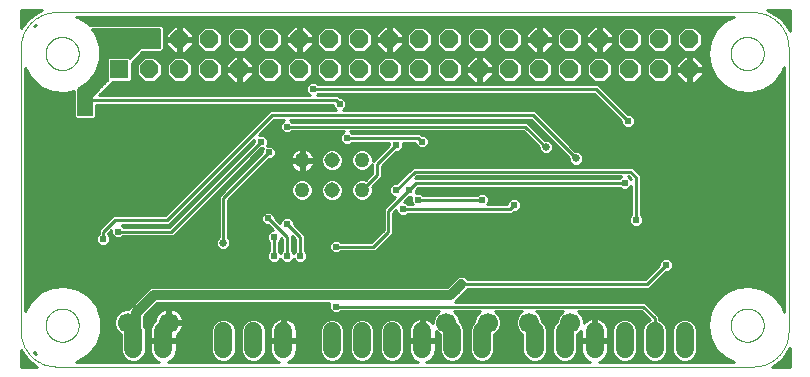
<source format=gbl>
G75*
%MOIN*%
%OFA0B0*%
%FSLAX25Y25*%
%IPPOS*%
%LPD*%
%AMOC8*
5,1,8,0,0,1.08239X$1,22.5*
%
%ADD10C,0.00000*%
%ADD11R,0.06000X0.06000*%
%ADD12OC8,0.06000*%
%ADD13C,0.03181*%
%ADD14C,0.06693*%
%ADD15C,0.06000*%
%ADD16C,0.05000*%
%ADD17C,0.05150*%
%ADD18C,0.02800*%
%ADD19C,0.01000*%
%ADD20C,0.00500*%
%ADD21C,0.02381*%
%ADD22C,0.02578*%
%ADD23C,0.03200*%
D10*
X0016811Y0006117D02*
X0249094Y0006117D01*
X0249379Y0006120D01*
X0249665Y0006131D01*
X0249950Y0006148D01*
X0250234Y0006172D01*
X0250518Y0006203D01*
X0250801Y0006241D01*
X0251082Y0006286D01*
X0251363Y0006337D01*
X0251643Y0006395D01*
X0251921Y0006460D01*
X0252197Y0006532D01*
X0252471Y0006610D01*
X0252744Y0006695D01*
X0253014Y0006787D01*
X0253282Y0006885D01*
X0253548Y0006989D01*
X0253811Y0007100D01*
X0254071Y0007217D01*
X0254329Y0007340D01*
X0254583Y0007470D01*
X0254834Y0007606D01*
X0255082Y0007747D01*
X0255326Y0007895D01*
X0255567Y0008048D01*
X0255803Y0008208D01*
X0256036Y0008373D01*
X0256265Y0008543D01*
X0256490Y0008719D01*
X0256710Y0008901D01*
X0256926Y0009087D01*
X0257137Y0009279D01*
X0257344Y0009476D01*
X0257546Y0009678D01*
X0257743Y0009885D01*
X0257935Y0010096D01*
X0258121Y0010312D01*
X0258303Y0010532D01*
X0258479Y0010757D01*
X0258649Y0010986D01*
X0258814Y0011219D01*
X0258974Y0011455D01*
X0259127Y0011696D01*
X0259275Y0011940D01*
X0259416Y0012188D01*
X0259552Y0012439D01*
X0259682Y0012693D01*
X0259805Y0012951D01*
X0259922Y0013211D01*
X0260033Y0013474D01*
X0260137Y0013740D01*
X0260235Y0014008D01*
X0260327Y0014278D01*
X0260412Y0014551D01*
X0260490Y0014825D01*
X0260562Y0015101D01*
X0260627Y0015379D01*
X0260685Y0015659D01*
X0260736Y0015940D01*
X0260781Y0016221D01*
X0260819Y0016504D01*
X0260850Y0016788D01*
X0260874Y0017072D01*
X0260891Y0017357D01*
X0260902Y0017643D01*
X0260905Y0017928D01*
X0260906Y0017928D02*
X0260906Y0112416D01*
X0260905Y0112416D02*
X0260902Y0112701D01*
X0260891Y0112987D01*
X0260874Y0113272D01*
X0260850Y0113556D01*
X0260819Y0113840D01*
X0260781Y0114123D01*
X0260736Y0114404D01*
X0260685Y0114685D01*
X0260627Y0114965D01*
X0260562Y0115243D01*
X0260490Y0115519D01*
X0260412Y0115793D01*
X0260327Y0116066D01*
X0260235Y0116336D01*
X0260137Y0116604D01*
X0260033Y0116870D01*
X0259922Y0117133D01*
X0259805Y0117393D01*
X0259682Y0117651D01*
X0259552Y0117905D01*
X0259416Y0118156D01*
X0259275Y0118404D01*
X0259127Y0118648D01*
X0258974Y0118889D01*
X0258814Y0119125D01*
X0258649Y0119358D01*
X0258479Y0119587D01*
X0258303Y0119812D01*
X0258121Y0120032D01*
X0257935Y0120248D01*
X0257743Y0120459D01*
X0257546Y0120666D01*
X0257344Y0120868D01*
X0257137Y0121065D01*
X0256926Y0121257D01*
X0256710Y0121443D01*
X0256490Y0121625D01*
X0256265Y0121801D01*
X0256036Y0121971D01*
X0255803Y0122136D01*
X0255567Y0122296D01*
X0255326Y0122449D01*
X0255082Y0122597D01*
X0254834Y0122738D01*
X0254583Y0122874D01*
X0254329Y0123004D01*
X0254071Y0123127D01*
X0253811Y0123244D01*
X0253548Y0123355D01*
X0253282Y0123459D01*
X0253014Y0123557D01*
X0252744Y0123649D01*
X0252471Y0123734D01*
X0252197Y0123812D01*
X0251921Y0123884D01*
X0251643Y0123949D01*
X0251363Y0124007D01*
X0251082Y0124058D01*
X0250801Y0124103D01*
X0250518Y0124141D01*
X0250234Y0124172D01*
X0249950Y0124196D01*
X0249665Y0124213D01*
X0249379Y0124224D01*
X0249094Y0124227D01*
X0016811Y0124227D01*
X0016526Y0124224D01*
X0016240Y0124213D01*
X0015955Y0124196D01*
X0015671Y0124172D01*
X0015387Y0124141D01*
X0015104Y0124103D01*
X0014823Y0124058D01*
X0014542Y0124007D01*
X0014262Y0123949D01*
X0013984Y0123884D01*
X0013708Y0123812D01*
X0013434Y0123734D01*
X0013161Y0123649D01*
X0012891Y0123557D01*
X0012623Y0123459D01*
X0012357Y0123355D01*
X0012094Y0123244D01*
X0011834Y0123127D01*
X0011576Y0123004D01*
X0011322Y0122874D01*
X0011071Y0122738D01*
X0010823Y0122597D01*
X0010579Y0122449D01*
X0010338Y0122296D01*
X0010102Y0122136D01*
X0009869Y0121971D01*
X0009640Y0121801D01*
X0009415Y0121625D01*
X0009195Y0121443D01*
X0008979Y0121257D01*
X0008768Y0121065D01*
X0008561Y0120868D01*
X0008359Y0120666D01*
X0008162Y0120459D01*
X0007970Y0120248D01*
X0007784Y0120032D01*
X0007602Y0119812D01*
X0007426Y0119587D01*
X0007256Y0119358D01*
X0007091Y0119125D01*
X0006931Y0118889D01*
X0006778Y0118648D01*
X0006630Y0118404D01*
X0006489Y0118156D01*
X0006353Y0117905D01*
X0006223Y0117651D01*
X0006100Y0117393D01*
X0005983Y0117133D01*
X0005872Y0116870D01*
X0005768Y0116604D01*
X0005670Y0116336D01*
X0005578Y0116066D01*
X0005493Y0115793D01*
X0005415Y0115519D01*
X0005343Y0115243D01*
X0005278Y0114965D01*
X0005220Y0114685D01*
X0005169Y0114404D01*
X0005124Y0114123D01*
X0005086Y0113840D01*
X0005055Y0113556D01*
X0005031Y0113272D01*
X0005014Y0112987D01*
X0005003Y0112701D01*
X0005000Y0112416D01*
X0005000Y0017928D01*
X0005003Y0017643D01*
X0005014Y0017357D01*
X0005031Y0017072D01*
X0005055Y0016788D01*
X0005086Y0016504D01*
X0005124Y0016221D01*
X0005169Y0015940D01*
X0005220Y0015659D01*
X0005278Y0015379D01*
X0005343Y0015101D01*
X0005415Y0014825D01*
X0005493Y0014551D01*
X0005578Y0014278D01*
X0005670Y0014008D01*
X0005768Y0013740D01*
X0005872Y0013474D01*
X0005983Y0013211D01*
X0006100Y0012951D01*
X0006223Y0012693D01*
X0006353Y0012439D01*
X0006489Y0012188D01*
X0006630Y0011940D01*
X0006778Y0011696D01*
X0006931Y0011455D01*
X0007091Y0011219D01*
X0007256Y0010986D01*
X0007426Y0010757D01*
X0007602Y0010532D01*
X0007784Y0010312D01*
X0007970Y0010096D01*
X0008162Y0009885D01*
X0008359Y0009678D01*
X0008561Y0009476D01*
X0008768Y0009279D01*
X0008979Y0009087D01*
X0009195Y0008901D01*
X0009415Y0008719D01*
X0009640Y0008543D01*
X0009869Y0008373D01*
X0010102Y0008208D01*
X0010338Y0008048D01*
X0010579Y0007895D01*
X0010823Y0007747D01*
X0011071Y0007606D01*
X0011322Y0007470D01*
X0011576Y0007340D01*
X0011834Y0007217D01*
X0012094Y0007100D01*
X0012357Y0006989D01*
X0012623Y0006885D01*
X0012891Y0006787D01*
X0013161Y0006695D01*
X0013434Y0006610D01*
X0013708Y0006532D01*
X0013984Y0006460D01*
X0014262Y0006395D01*
X0014542Y0006337D01*
X0014823Y0006286D01*
X0015104Y0006241D01*
X0015387Y0006203D01*
X0015671Y0006172D01*
X0015955Y0006148D01*
X0016240Y0006131D01*
X0016526Y0006120D01*
X0016811Y0006117D01*
X0013268Y0019896D02*
X0013270Y0020044D01*
X0013276Y0020192D01*
X0013286Y0020340D01*
X0013300Y0020487D01*
X0013318Y0020634D01*
X0013339Y0020780D01*
X0013365Y0020926D01*
X0013395Y0021071D01*
X0013428Y0021215D01*
X0013466Y0021358D01*
X0013507Y0021500D01*
X0013552Y0021641D01*
X0013600Y0021781D01*
X0013653Y0021920D01*
X0013709Y0022057D01*
X0013769Y0022192D01*
X0013832Y0022326D01*
X0013899Y0022458D01*
X0013970Y0022588D01*
X0014044Y0022716D01*
X0014121Y0022842D01*
X0014202Y0022966D01*
X0014286Y0023088D01*
X0014373Y0023207D01*
X0014464Y0023324D01*
X0014558Y0023439D01*
X0014654Y0023551D01*
X0014754Y0023661D01*
X0014856Y0023767D01*
X0014962Y0023871D01*
X0015070Y0023972D01*
X0015181Y0024070D01*
X0015294Y0024166D01*
X0015410Y0024258D01*
X0015528Y0024347D01*
X0015649Y0024432D01*
X0015772Y0024515D01*
X0015897Y0024594D01*
X0016024Y0024670D01*
X0016153Y0024742D01*
X0016284Y0024811D01*
X0016417Y0024876D01*
X0016552Y0024937D01*
X0016688Y0024995D01*
X0016825Y0025050D01*
X0016964Y0025100D01*
X0017105Y0025147D01*
X0017246Y0025190D01*
X0017389Y0025230D01*
X0017533Y0025265D01*
X0017677Y0025297D01*
X0017823Y0025324D01*
X0017969Y0025348D01*
X0018116Y0025368D01*
X0018263Y0025384D01*
X0018410Y0025396D01*
X0018558Y0025404D01*
X0018706Y0025408D01*
X0018854Y0025408D01*
X0019002Y0025404D01*
X0019150Y0025396D01*
X0019297Y0025384D01*
X0019444Y0025368D01*
X0019591Y0025348D01*
X0019737Y0025324D01*
X0019883Y0025297D01*
X0020027Y0025265D01*
X0020171Y0025230D01*
X0020314Y0025190D01*
X0020455Y0025147D01*
X0020596Y0025100D01*
X0020735Y0025050D01*
X0020872Y0024995D01*
X0021008Y0024937D01*
X0021143Y0024876D01*
X0021276Y0024811D01*
X0021407Y0024742D01*
X0021536Y0024670D01*
X0021663Y0024594D01*
X0021788Y0024515D01*
X0021911Y0024432D01*
X0022032Y0024347D01*
X0022150Y0024258D01*
X0022266Y0024166D01*
X0022379Y0024070D01*
X0022490Y0023972D01*
X0022598Y0023871D01*
X0022704Y0023767D01*
X0022806Y0023661D01*
X0022906Y0023551D01*
X0023002Y0023439D01*
X0023096Y0023324D01*
X0023187Y0023207D01*
X0023274Y0023088D01*
X0023358Y0022966D01*
X0023439Y0022842D01*
X0023516Y0022716D01*
X0023590Y0022588D01*
X0023661Y0022458D01*
X0023728Y0022326D01*
X0023791Y0022192D01*
X0023851Y0022057D01*
X0023907Y0021920D01*
X0023960Y0021781D01*
X0024008Y0021641D01*
X0024053Y0021500D01*
X0024094Y0021358D01*
X0024132Y0021215D01*
X0024165Y0021071D01*
X0024195Y0020926D01*
X0024221Y0020780D01*
X0024242Y0020634D01*
X0024260Y0020487D01*
X0024274Y0020340D01*
X0024284Y0020192D01*
X0024290Y0020044D01*
X0024292Y0019896D01*
X0024290Y0019748D01*
X0024284Y0019600D01*
X0024274Y0019452D01*
X0024260Y0019305D01*
X0024242Y0019158D01*
X0024221Y0019012D01*
X0024195Y0018866D01*
X0024165Y0018721D01*
X0024132Y0018577D01*
X0024094Y0018434D01*
X0024053Y0018292D01*
X0024008Y0018151D01*
X0023960Y0018011D01*
X0023907Y0017872D01*
X0023851Y0017735D01*
X0023791Y0017600D01*
X0023728Y0017466D01*
X0023661Y0017334D01*
X0023590Y0017204D01*
X0023516Y0017076D01*
X0023439Y0016950D01*
X0023358Y0016826D01*
X0023274Y0016704D01*
X0023187Y0016585D01*
X0023096Y0016468D01*
X0023002Y0016353D01*
X0022906Y0016241D01*
X0022806Y0016131D01*
X0022704Y0016025D01*
X0022598Y0015921D01*
X0022490Y0015820D01*
X0022379Y0015722D01*
X0022266Y0015626D01*
X0022150Y0015534D01*
X0022032Y0015445D01*
X0021911Y0015360D01*
X0021788Y0015277D01*
X0021663Y0015198D01*
X0021536Y0015122D01*
X0021407Y0015050D01*
X0021276Y0014981D01*
X0021143Y0014916D01*
X0021008Y0014855D01*
X0020872Y0014797D01*
X0020735Y0014742D01*
X0020596Y0014692D01*
X0020455Y0014645D01*
X0020314Y0014602D01*
X0020171Y0014562D01*
X0020027Y0014527D01*
X0019883Y0014495D01*
X0019737Y0014468D01*
X0019591Y0014444D01*
X0019444Y0014424D01*
X0019297Y0014408D01*
X0019150Y0014396D01*
X0019002Y0014388D01*
X0018854Y0014384D01*
X0018706Y0014384D01*
X0018558Y0014388D01*
X0018410Y0014396D01*
X0018263Y0014408D01*
X0018116Y0014424D01*
X0017969Y0014444D01*
X0017823Y0014468D01*
X0017677Y0014495D01*
X0017533Y0014527D01*
X0017389Y0014562D01*
X0017246Y0014602D01*
X0017105Y0014645D01*
X0016964Y0014692D01*
X0016825Y0014742D01*
X0016688Y0014797D01*
X0016552Y0014855D01*
X0016417Y0014916D01*
X0016284Y0014981D01*
X0016153Y0015050D01*
X0016024Y0015122D01*
X0015897Y0015198D01*
X0015772Y0015277D01*
X0015649Y0015360D01*
X0015528Y0015445D01*
X0015410Y0015534D01*
X0015294Y0015626D01*
X0015181Y0015722D01*
X0015070Y0015820D01*
X0014962Y0015921D01*
X0014856Y0016025D01*
X0014754Y0016131D01*
X0014654Y0016241D01*
X0014558Y0016353D01*
X0014464Y0016468D01*
X0014373Y0016585D01*
X0014286Y0016704D01*
X0014202Y0016826D01*
X0014121Y0016950D01*
X0014044Y0017076D01*
X0013970Y0017204D01*
X0013899Y0017334D01*
X0013832Y0017466D01*
X0013769Y0017600D01*
X0013709Y0017735D01*
X0013653Y0017872D01*
X0013600Y0018011D01*
X0013552Y0018151D01*
X0013507Y0018292D01*
X0013466Y0018434D01*
X0013428Y0018577D01*
X0013395Y0018721D01*
X0013365Y0018866D01*
X0013339Y0019012D01*
X0013318Y0019158D01*
X0013300Y0019305D01*
X0013286Y0019452D01*
X0013276Y0019600D01*
X0013270Y0019748D01*
X0013268Y0019896D01*
X0013268Y0110447D02*
X0013270Y0110595D01*
X0013276Y0110743D01*
X0013286Y0110891D01*
X0013300Y0111038D01*
X0013318Y0111185D01*
X0013339Y0111331D01*
X0013365Y0111477D01*
X0013395Y0111622D01*
X0013428Y0111766D01*
X0013466Y0111909D01*
X0013507Y0112051D01*
X0013552Y0112192D01*
X0013600Y0112332D01*
X0013653Y0112471D01*
X0013709Y0112608D01*
X0013769Y0112743D01*
X0013832Y0112877D01*
X0013899Y0113009D01*
X0013970Y0113139D01*
X0014044Y0113267D01*
X0014121Y0113393D01*
X0014202Y0113517D01*
X0014286Y0113639D01*
X0014373Y0113758D01*
X0014464Y0113875D01*
X0014558Y0113990D01*
X0014654Y0114102D01*
X0014754Y0114212D01*
X0014856Y0114318D01*
X0014962Y0114422D01*
X0015070Y0114523D01*
X0015181Y0114621D01*
X0015294Y0114717D01*
X0015410Y0114809D01*
X0015528Y0114898D01*
X0015649Y0114983D01*
X0015772Y0115066D01*
X0015897Y0115145D01*
X0016024Y0115221D01*
X0016153Y0115293D01*
X0016284Y0115362D01*
X0016417Y0115427D01*
X0016552Y0115488D01*
X0016688Y0115546D01*
X0016825Y0115601D01*
X0016964Y0115651D01*
X0017105Y0115698D01*
X0017246Y0115741D01*
X0017389Y0115781D01*
X0017533Y0115816D01*
X0017677Y0115848D01*
X0017823Y0115875D01*
X0017969Y0115899D01*
X0018116Y0115919D01*
X0018263Y0115935D01*
X0018410Y0115947D01*
X0018558Y0115955D01*
X0018706Y0115959D01*
X0018854Y0115959D01*
X0019002Y0115955D01*
X0019150Y0115947D01*
X0019297Y0115935D01*
X0019444Y0115919D01*
X0019591Y0115899D01*
X0019737Y0115875D01*
X0019883Y0115848D01*
X0020027Y0115816D01*
X0020171Y0115781D01*
X0020314Y0115741D01*
X0020455Y0115698D01*
X0020596Y0115651D01*
X0020735Y0115601D01*
X0020872Y0115546D01*
X0021008Y0115488D01*
X0021143Y0115427D01*
X0021276Y0115362D01*
X0021407Y0115293D01*
X0021536Y0115221D01*
X0021663Y0115145D01*
X0021788Y0115066D01*
X0021911Y0114983D01*
X0022032Y0114898D01*
X0022150Y0114809D01*
X0022266Y0114717D01*
X0022379Y0114621D01*
X0022490Y0114523D01*
X0022598Y0114422D01*
X0022704Y0114318D01*
X0022806Y0114212D01*
X0022906Y0114102D01*
X0023002Y0113990D01*
X0023096Y0113875D01*
X0023187Y0113758D01*
X0023274Y0113639D01*
X0023358Y0113517D01*
X0023439Y0113393D01*
X0023516Y0113267D01*
X0023590Y0113139D01*
X0023661Y0113009D01*
X0023728Y0112877D01*
X0023791Y0112743D01*
X0023851Y0112608D01*
X0023907Y0112471D01*
X0023960Y0112332D01*
X0024008Y0112192D01*
X0024053Y0112051D01*
X0024094Y0111909D01*
X0024132Y0111766D01*
X0024165Y0111622D01*
X0024195Y0111477D01*
X0024221Y0111331D01*
X0024242Y0111185D01*
X0024260Y0111038D01*
X0024274Y0110891D01*
X0024284Y0110743D01*
X0024290Y0110595D01*
X0024292Y0110447D01*
X0024290Y0110299D01*
X0024284Y0110151D01*
X0024274Y0110003D01*
X0024260Y0109856D01*
X0024242Y0109709D01*
X0024221Y0109563D01*
X0024195Y0109417D01*
X0024165Y0109272D01*
X0024132Y0109128D01*
X0024094Y0108985D01*
X0024053Y0108843D01*
X0024008Y0108702D01*
X0023960Y0108562D01*
X0023907Y0108423D01*
X0023851Y0108286D01*
X0023791Y0108151D01*
X0023728Y0108017D01*
X0023661Y0107885D01*
X0023590Y0107755D01*
X0023516Y0107627D01*
X0023439Y0107501D01*
X0023358Y0107377D01*
X0023274Y0107255D01*
X0023187Y0107136D01*
X0023096Y0107019D01*
X0023002Y0106904D01*
X0022906Y0106792D01*
X0022806Y0106682D01*
X0022704Y0106576D01*
X0022598Y0106472D01*
X0022490Y0106371D01*
X0022379Y0106273D01*
X0022266Y0106177D01*
X0022150Y0106085D01*
X0022032Y0105996D01*
X0021911Y0105911D01*
X0021788Y0105828D01*
X0021663Y0105749D01*
X0021536Y0105673D01*
X0021407Y0105601D01*
X0021276Y0105532D01*
X0021143Y0105467D01*
X0021008Y0105406D01*
X0020872Y0105348D01*
X0020735Y0105293D01*
X0020596Y0105243D01*
X0020455Y0105196D01*
X0020314Y0105153D01*
X0020171Y0105113D01*
X0020027Y0105078D01*
X0019883Y0105046D01*
X0019737Y0105019D01*
X0019591Y0104995D01*
X0019444Y0104975D01*
X0019297Y0104959D01*
X0019150Y0104947D01*
X0019002Y0104939D01*
X0018854Y0104935D01*
X0018706Y0104935D01*
X0018558Y0104939D01*
X0018410Y0104947D01*
X0018263Y0104959D01*
X0018116Y0104975D01*
X0017969Y0104995D01*
X0017823Y0105019D01*
X0017677Y0105046D01*
X0017533Y0105078D01*
X0017389Y0105113D01*
X0017246Y0105153D01*
X0017105Y0105196D01*
X0016964Y0105243D01*
X0016825Y0105293D01*
X0016688Y0105348D01*
X0016552Y0105406D01*
X0016417Y0105467D01*
X0016284Y0105532D01*
X0016153Y0105601D01*
X0016024Y0105673D01*
X0015897Y0105749D01*
X0015772Y0105828D01*
X0015649Y0105911D01*
X0015528Y0105996D01*
X0015410Y0106085D01*
X0015294Y0106177D01*
X0015181Y0106273D01*
X0015070Y0106371D01*
X0014962Y0106472D01*
X0014856Y0106576D01*
X0014754Y0106682D01*
X0014654Y0106792D01*
X0014558Y0106904D01*
X0014464Y0107019D01*
X0014373Y0107136D01*
X0014286Y0107255D01*
X0014202Y0107377D01*
X0014121Y0107501D01*
X0014044Y0107627D01*
X0013970Y0107755D01*
X0013899Y0107885D01*
X0013832Y0108017D01*
X0013769Y0108151D01*
X0013709Y0108286D01*
X0013653Y0108423D01*
X0013600Y0108562D01*
X0013552Y0108702D01*
X0013507Y0108843D01*
X0013466Y0108985D01*
X0013428Y0109128D01*
X0013395Y0109272D01*
X0013365Y0109417D01*
X0013339Y0109563D01*
X0013318Y0109709D01*
X0013300Y0109856D01*
X0013286Y0110003D01*
X0013276Y0110151D01*
X0013270Y0110299D01*
X0013268Y0110447D01*
X0241614Y0110447D02*
X0241616Y0110595D01*
X0241622Y0110743D01*
X0241632Y0110891D01*
X0241646Y0111038D01*
X0241664Y0111185D01*
X0241685Y0111331D01*
X0241711Y0111477D01*
X0241741Y0111622D01*
X0241774Y0111766D01*
X0241812Y0111909D01*
X0241853Y0112051D01*
X0241898Y0112192D01*
X0241946Y0112332D01*
X0241999Y0112471D01*
X0242055Y0112608D01*
X0242115Y0112743D01*
X0242178Y0112877D01*
X0242245Y0113009D01*
X0242316Y0113139D01*
X0242390Y0113267D01*
X0242467Y0113393D01*
X0242548Y0113517D01*
X0242632Y0113639D01*
X0242719Y0113758D01*
X0242810Y0113875D01*
X0242904Y0113990D01*
X0243000Y0114102D01*
X0243100Y0114212D01*
X0243202Y0114318D01*
X0243308Y0114422D01*
X0243416Y0114523D01*
X0243527Y0114621D01*
X0243640Y0114717D01*
X0243756Y0114809D01*
X0243874Y0114898D01*
X0243995Y0114983D01*
X0244118Y0115066D01*
X0244243Y0115145D01*
X0244370Y0115221D01*
X0244499Y0115293D01*
X0244630Y0115362D01*
X0244763Y0115427D01*
X0244898Y0115488D01*
X0245034Y0115546D01*
X0245171Y0115601D01*
X0245310Y0115651D01*
X0245451Y0115698D01*
X0245592Y0115741D01*
X0245735Y0115781D01*
X0245879Y0115816D01*
X0246023Y0115848D01*
X0246169Y0115875D01*
X0246315Y0115899D01*
X0246462Y0115919D01*
X0246609Y0115935D01*
X0246756Y0115947D01*
X0246904Y0115955D01*
X0247052Y0115959D01*
X0247200Y0115959D01*
X0247348Y0115955D01*
X0247496Y0115947D01*
X0247643Y0115935D01*
X0247790Y0115919D01*
X0247937Y0115899D01*
X0248083Y0115875D01*
X0248229Y0115848D01*
X0248373Y0115816D01*
X0248517Y0115781D01*
X0248660Y0115741D01*
X0248801Y0115698D01*
X0248942Y0115651D01*
X0249081Y0115601D01*
X0249218Y0115546D01*
X0249354Y0115488D01*
X0249489Y0115427D01*
X0249622Y0115362D01*
X0249753Y0115293D01*
X0249882Y0115221D01*
X0250009Y0115145D01*
X0250134Y0115066D01*
X0250257Y0114983D01*
X0250378Y0114898D01*
X0250496Y0114809D01*
X0250612Y0114717D01*
X0250725Y0114621D01*
X0250836Y0114523D01*
X0250944Y0114422D01*
X0251050Y0114318D01*
X0251152Y0114212D01*
X0251252Y0114102D01*
X0251348Y0113990D01*
X0251442Y0113875D01*
X0251533Y0113758D01*
X0251620Y0113639D01*
X0251704Y0113517D01*
X0251785Y0113393D01*
X0251862Y0113267D01*
X0251936Y0113139D01*
X0252007Y0113009D01*
X0252074Y0112877D01*
X0252137Y0112743D01*
X0252197Y0112608D01*
X0252253Y0112471D01*
X0252306Y0112332D01*
X0252354Y0112192D01*
X0252399Y0112051D01*
X0252440Y0111909D01*
X0252478Y0111766D01*
X0252511Y0111622D01*
X0252541Y0111477D01*
X0252567Y0111331D01*
X0252588Y0111185D01*
X0252606Y0111038D01*
X0252620Y0110891D01*
X0252630Y0110743D01*
X0252636Y0110595D01*
X0252638Y0110447D01*
X0252636Y0110299D01*
X0252630Y0110151D01*
X0252620Y0110003D01*
X0252606Y0109856D01*
X0252588Y0109709D01*
X0252567Y0109563D01*
X0252541Y0109417D01*
X0252511Y0109272D01*
X0252478Y0109128D01*
X0252440Y0108985D01*
X0252399Y0108843D01*
X0252354Y0108702D01*
X0252306Y0108562D01*
X0252253Y0108423D01*
X0252197Y0108286D01*
X0252137Y0108151D01*
X0252074Y0108017D01*
X0252007Y0107885D01*
X0251936Y0107755D01*
X0251862Y0107627D01*
X0251785Y0107501D01*
X0251704Y0107377D01*
X0251620Y0107255D01*
X0251533Y0107136D01*
X0251442Y0107019D01*
X0251348Y0106904D01*
X0251252Y0106792D01*
X0251152Y0106682D01*
X0251050Y0106576D01*
X0250944Y0106472D01*
X0250836Y0106371D01*
X0250725Y0106273D01*
X0250612Y0106177D01*
X0250496Y0106085D01*
X0250378Y0105996D01*
X0250257Y0105911D01*
X0250134Y0105828D01*
X0250009Y0105749D01*
X0249882Y0105673D01*
X0249753Y0105601D01*
X0249622Y0105532D01*
X0249489Y0105467D01*
X0249354Y0105406D01*
X0249218Y0105348D01*
X0249081Y0105293D01*
X0248942Y0105243D01*
X0248801Y0105196D01*
X0248660Y0105153D01*
X0248517Y0105113D01*
X0248373Y0105078D01*
X0248229Y0105046D01*
X0248083Y0105019D01*
X0247937Y0104995D01*
X0247790Y0104975D01*
X0247643Y0104959D01*
X0247496Y0104947D01*
X0247348Y0104939D01*
X0247200Y0104935D01*
X0247052Y0104935D01*
X0246904Y0104939D01*
X0246756Y0104947D01*
X0246609Y0104959D01*
X0246462Y0104975D01*
X0246315Y0104995D01*
X0246169Y0105019D01*
X0246023Y0105046D01*
X0245879Y0105078D01*
X0245735Y0105113D01*
X0245592Y0105153D01*
X0245451Y0105196D01*
X0245310Y0105243D01*
X0245171Y0105293D01*
X0245034Y0105348D01*
X0244898Y0105406D01*
X0244763Y0105467D01*
X0244630Y0105532D01*
X0244499Y0105601D01*
X0244370Y0105673D01*
X0244243Y0105749D01*
X0244118Y0105828D01*
X0243995Y0105911D01*
X0243874Y0105996D01*
X0243756Y0106085D01*
X0243640Y0106177D01*
X0243527Y0106273D01*
X0243416Y0106371D01*
X0243308Y0106472D01*
X0243202Y0106576D01*
X0243100Y0106682D01*
X0243000Y0106792D01*
X0242904Y0106904D01*
X0242810Y0107019D01*
X0242719Y0107136D01*
X0242632Y0107255D01*
X0242548Y0107377D01*
X0242467Y0107501D01*
X0242390Y0107627D01*
X0242316Y0107755D01*
X0242245Y0107885D01*
X0242178Y0108017D01*
X0242115Y0108151D01*
X0242055Y0108286D01*
X0241999Y0108423D01*
X0241946Y0108562D01*
X0241898Y0108702D01*
X0241853Y0108843D01*
X0241812Y0108985D01*
X0241774Y0109128D01*
X0241741Y0109272D01*
X0241711Y0109417D01*
X0241685Y0109563D01*
X0241664Y0109709D01*
X0241646Y0109856D01*
X0241632Y0110003D01*
X0241622Y0110151D01*
X0241616Y0110299D01*
X0241614Y0110447D01*
X0241614Y0019896D02*
X0241616Y0020044D01*
X0241622Y0020192D01*
X0241632Y0020340D01*
X0241646Y0020487D01*
X0241664Y0020634D01*
X0241685Y0020780D01*
X0241711Y0020926D01*
X0241741Y0021071D01*
X0241774Y0021215D01*
X0241812Y0021358D01*
X0241853Y0021500D01*
X0241898Y0021641D01*
X0241946Y0021781D01*
X0241999Y0021920D01*
X0242055Y0022057D01*
X0242115Y0022192D01*
X0242178Y0022326D01*
X0242245Y0022458D01*
X0242316Y0022588D01*
X0242390Y0022716D01*
X0242467Y0022842D01*
X0242548Y0022966D01*
X0242632Y0023088D01*
X0242719Y0023207D01*
X0242810Y0023324D01*
X0242904Y0023439D01*
X0243000Y0023551D01*
X0243100Y0023661D01*
X0243202Y0023767D01*
X0243308Y0023871D01*
X0243416Y0023972D01*
X0243527Y0024070D01*
X0243640Y0024166D01*
X0243756Y0024258D01*
X0243874Y0024347D01*
X0243995Y0024432D01*
X0244118Y0024515D01*
X0244243Y0024594D01*
X0244370Y0024670D01*
X0244499Y0024742D01*
X0244630Y0024811D01*
X0244763Y0024876D01*
X0244898Y0024937D01*
X0245034Y0024995D01*
X0245171Y0025050D01*
X0245310Y0025100D01*
X0245451Y0025147D01*
X0245592Y0025190D01*
X0245735Y0025230D01*
X0245879Y0025265D01*
X0246023Y0025297D01*
X0246169Y0025324D01*
X0246315Y0025348D01*
X0246462Y0025368D01*
X0246609Y0025384D01*
X0246756Y0025396D01*
X0246904Y0025404D01*
X0247052Y0025408D01*
X0247200Y0025408D01*
X0247348Y0025404D01*
X0247496Y0025396D01*
X0247643Y0025384D01*
X0247790Y0025368D01*
X0247937Y0025348D01*
X0248083Y0025324D01*
X0248229Y0025297D01*
X0248373Y0025265D01*
X0248517Y0025230D01*
X0248660Y0025190D01*
X0248801Y0025147D01*
X0248942Y0025100D01*
X0249081Y0025050D01*
X0249218Y0024995D01*
X0249354Y0024937D01*
X0249489Y0024876D01*
X0249622Y0024811D01*
X0249753Y0024742D01*
X0249882Y0024670D01*
X0250009Y0024594D01*
X0250134Y0024515D01*
X0250257Y0024432D01*
X0250378Y0024347D01*
X0250496Y0024258D01*
X0250612Y0024166D01*
X0250725Y0024070D01*
X0250836Y0023972D01*
X0250944Y0023871D01*
X0251050Y0023767D01*
X0251152Y0023661D01*
X0251252Y0023551D01*
X0251348Y0023439D01*
X0251442Y0023324D01*
X0251533Y0023207D01*
X0251620Y0023088D01*
X0251704Y0022966D01*
X0251785Y0022842D01*
X0251862Y0022716D01*
X0251936Y0022588D01*
X0252007Y0022458D01*
X0252074Y0022326D01*
X0252137Y0022192D01*
X0252197Y0022057D01*
X0252253Y0021920D01*
X0252306Y0021781D01*
X0252354Y0021641D01*
X0252399Y0021500D01*
X0252440Y0021358D01*
X0252478Y0021215D01*
X0252511Y0021071D01*
X0252541Y0020926D01*
X0252567Y0020780D01*
X0252588Y0020634D01*
X0252606Y0020487D01*
X0252620Y0020340D01*
X0252630Y0020192D01*
X0252636Y0020044D01*
X0252638Y0019896D01*
X0252636Y0019748D01*
X0252630Y0019600D01*
X0252620Y0019452D01*
X0252606Y0019305D01*
X0252588Y0019158D01*
X0252567Y0019012D01*
X0252541Y0018866D01*
X0252511Y0018721D01*
X0252478Y0018577D01*
X0252440Y0018434D01*
X0252399Y0018292D01*
X0252354Y0018151D01*
X0252306Y0018011D01*
X0252253Y0017872D01*
X0252197Y0017735D01*
X0252137Y0017600D01*
X0252074Y0017466D01*
X0252007Y0017334D01*
X0251936Y0017204D01*
X0251862Y0017076D01*
X0251785Y0016950D01*
X0251704Y0016826D01*
X0251620Y0016704D01*
X0251533Y0016585D01*
X0251442Y0016468D01*
X0251348Y0016353D01*
X0251252Y0016241D01*
X0251152Y0016131D01*
X0251050Y0016025D01*
X0250944Y0015921D01*
X0250836Y0015820D01*
X0250725Y0015722D01*
X0250612Y0015626D01*
X0250496Y0015534D01*
X0250378Y0015445D01*
X0250257Y0015360D01*
X0250134Y0015277D01*
X0250009Y0015198D01*
X0249882Y0015122D01*
X0249753Y0015050D01*
X0249622Y0014981D01*
X0249489Y0014916D01*
X0249354Y0014855D01*
X0249218Y0014797D01*
X0249081Y0014742D01*
X0248942Y0014692D01*
X0248801Y0014645D01*
X0248660Y0014602D01*
X0248517Y0014562D01*
X0248373Y0014527D01*
X0248229Y0014495D01*
X0248083Y0014468D01*
X0247937Y0014444D01*
X0247790Y0014424D01*
X0247643Y0014408D01*
X0247496Y0014396D01*
X0247348Y0014388D01*
X0247200Y0014384D01*
X0247052Y0014384D01*
X0246904Y0014388D01*
X0246756Y0014396D01*
X0246609Y0014408D01*
X0246462Y0014424D01*
X0246315Y0014444D01*
X0246169Y0014468D01*
X0246023Y0014495D01*
X0245879Y0014527D01*
X0245735Y0014562D01*
X0245592Y0014602D01*
X0245451Y0014645D01*
X0245310Y0014692D01*
X0245171Y0014742D01*
X0245034Y0014797D01*
X0244898Y0014855D01*
X0244763Y0014916D01*
X0244630Y0014981D01*
X0244499Y0015050D01*
X0244370Y0015122D01*
X0244243Y0015198D01*
X0244118Y0015277D01*
X0243995Y0015360D01*
X0243874Y0015445D01*
X0243756Y0015534D01*
X0243640Y0015626D01*
X0243527Y0015722D01*
X0243416Y0015820D01*
X0243308Y0015921D01*
X0243202Y0016025D01*
X0243100Y0016131D01*
X0243000Y0016241D01*
X0242904Y0016353D01*
X0242810Y0016468D01*
X0242719Y0016585D01*
X0242632Y0016704D01*
X0242548Y0016826D01*
X0242467Y0016950D01*
X0242390Y0017076D01*
X0242316Y0017204D01*
X0242245Y0017334D01*
X0242178Y0017466D01*
X0242115Y0017600D01*
X0242055Y0017735D01*
X0241999Y0017872D01*
X0241946Y0018011D01*
X0241898Y0018151D01*
X0241853Y0018292D01*
X0241812Y0018434D01*
X0241774Y0018577D01*
X0241741Y0018721D01*
X0241711Y0018866D01*
X0241685Y0019012D01*
X0241664Y0019158D01*
X0241646Y0019305D01*
X0241632Y0019452D01*
X0241622Y0019600D01*
X0241616Y0019748D01*
X0241614Y0019896D01*
D11*
X0037835Y0105132D03*
D12*
X0047835Y0105132D03*
X0057835Y0105132D03*
X0067835Y0105132D03*
X0077835Y0105132D03*
X0087835Y0105132D03*
X0097835Y0105132D03*
X0107835Y0105132D03*
X0117835Y0105132D03*
X0127835Y0105132D03*
X0137835Y0105132D03*
X0147835Y0105132D03*
X0157835Y0105132D03*
X0167835Y0105132D03*
X0177835Y0105132D03*
X0187835Y0105132D03*
X0197835Y0105132D03*
X0207835Y0105132D03*
X0217835Y0105132D03*
X0227835Y0105132D03*
X0227835Y0115132D03*
X0217835Y0115132D03*
X0207835Y0115132D03*
X0197835Y0115132D03*
X0187835Y0115132D03*
X0177835Y0115132D03*
X0167835Y0115132D03*
X0157835Y0115132D03*
X0147835Y0115132D03*
X0137835Y0115132D03*
X0127835Y0115132D03*
X0117835Y0115132D03*
X0107835Y0115132D03*
X0097835Y0115132D03*
X0087835Y0115132D03*
X0077835Y0115132D03*
X0067835Y0115132D03*
X0057835Y0115132D03*
X0047835Y0115132D03*
X0037835Y0115132D03*
D13*
X0031969Y0063085D03*
X0030000Y0061117D03*
X0028031Y0063085D03*
X0028031Y0059148D03*
X0031969Y0059148D03*
X0165000Y0044867D03*
X0167500Y0044867D03*
X0170000Y0044867D03*
D14*
X0174390Y0020723D03*
X0188169Y0020723D03*
X0160610Y0020723D03*
X0146831Y0020723D03*
X0054390Y0020723D03*
X0040610Y0020723D03*
D15*
X0042500Y0017867D02*
X0042500Y0011867D01*
X0052500Y0011867D02*
X0052500Y0017867D01*
X0072500Y0017867D02*
X0072500Y0011867D01*
X0082500Y0011867D02*
X0082500Y0017867D01*
X0092500Y0017867D02*
X0092500Y0011867D01*
X0108750Y0011867D02*
X0108750Y0017867D01*
X0118750Y0017867D02*
X0118750Y0011867D01*
X0128750Y0011867D02*
X0128750Y0017867D01*
X0138750Y0017867D02*
X0138750Y0011867D01*
X0148750Y0011867D02*
X0148750Y0017867D01*
X0158750Y0017867D02*
X0158750Y0011867D01*
X0176250Y0011867D02*
X0176250Y0017867D01*
X0186250Y0017867D02*
X0186250Y0011867D01*
X0196250Y0011867D02*
X0196250Y0017867D01*
X0206250Y0017867D02*
X0206250Y0011867D01*
X0216250Y0011867D02*
X0216250Y0017867D01*
X0226250Y0017867D02*
X0226250Y0011867D01*
D16*
X0118750Y0064867D03*
X0118750Y0074867D03*
X0098750Y0074867D03*
X0098750Y0064867D03*
D17*
X0108750Y0064867D03*
X0108750Y0074867D03*
D18*
X0165000Y0044867D02*
X0170000Y0044867D01*
D19*
X0010421Y0006117D02*
X0005000Y0006117D01*
X0010421Y0006117D01*
X0007281Y0008398D01*
X0007281Y0008398D01*
X0005000Y0011538D01*
X0005000Y0006117D01*
X0005000Y0007115D02*
X0009047Y0007115D01*
X0007673Y0008114D02*
X0005000Y0008114D01*
X0005000Y0009112D02*
X0006763Y0009112D01*
X0006037Y0010111D02*
X0005000Y0010111D01*
X0005000Y0011109D02*
X0005312Y0011109D01*
X0009344Y0010879D02*
X0009934Y0010336D01*
X0009520Y0010637D01*
X0009344Y0010879D01*
X0023345Y0007617D02*
X0024084Y0007804D01*
X0027723Y0010181D01*
X0030393Y0013611D01*
X0031804Y0017723D01*
X0031804Y0022070D01*
X0030393Y0026181D01*
X0027723Y0029611D01*
X0024084Y0031989D01*
X0019870Y0033056D01*
X0015538Y0032697D01*
X0011557Y0030951D01*
X0008359Y0028007D01*
X0006500Y0024571D01*
X0006500Y0105772D01*
X0008359Y0102337D01*
X0011557Y0099393D01*
X0015538Y0097647D01*
X0019870Y0097288D01*
X0022650Y0097992D01*
X0022650Y0089307D01*
X0023441Y0088517D01*
X0029309Y0088517D01*
X0030100Y0089307D01*
X0030100Y0093267D01*
X0108959Y0093267D01*
X0108959Y0092668D01*
X0110161Y0091467D01*
X0088087Y0091467D01*
X0087150Y0090529D01*
X0053087Y0056467D01*
X0035587Y0056467D01*
X0031837Y0052717D01*
X0030900Y0051779D01*
X0030900Y0050256D01*
X0030209Y0049565D01*
X0030209Y0047668D01*
X0031551Y0046326D01*
X0033449Y0046326D01*
X0034791Y0047668D01*
X0034791Y0049565D01*
X0034100Y0050256D01*
X0034100Y0050454D01*
X0035209Y0051563D01*
X0035209Y0050168D01*
X0036551Y0048826D01*
X0038449Y0048826D01*
X0039139Y0049517D01*
X0055663Y0049517D01*
X0056600Y0050454D01*
X0084972Y0078826D01*
X0085720Y0078826D01*
X0085336Y0078442D01*
X0085336Y0077466D01*
X0070900Y0063029D01*
X0070900Y0049145D01*
X0070111Y0048356D01*
X0070111Y0046377D01*
X0071510Y0044978D01*
X0073490Y0044978D01*
X0074889Y0046377D01*
X0074889Y0048356D01*
X0074100Y0049145D01*
X0074100Y0061704D01*
X0087599Y0075203D01*
X0088576Y0075203D01*
X0089917Y0076545D01*
X0089917Y0078442D01*
X0088576Y0079784D01*
X0086907Y0079784D01*
X0087291Y0080168D01*
X0087291Y0082065D01*
X0085949Y0083407D01*
X0084553Y0083407D01*
X0089413Y0088267D01*
X0092661Y0088267D01*
X0091459Y0087065D01*
X0091459Y0085168D01*
X0092801Y0083826D01*
X0094699Y0083826D01*
X0095389Y0084517D01*
X0112661Y0084517D01*
X0111459Y0083315D01*
X0111459Y0081418D01*
X0112801Y0080076D01*
X0114699Y0080076D01*
X0115389Y0080767D01*
X0127709Y0080767D01*
X0127709Y0079839D01*
X0123087Y0075217D01*
X0122350Y0074479D01*
X0122350Y0075583D01*
X0121802Y0076906D01*
X0120789Y0077919D01*
X0119466Y0078467D01*
X0118034Y0078467D01*
X0116711Y0077919D01*
X0115698Y0076906D01*
X0115150Y0075583D01*
X0115150Y0074151D01*
X0115698Y0072827D01*
X0116711Y0071815D01*
X0118034Y0071267D01*
X0119466Y0071267D01*
X0120789Y0071815D01*
X0121802Y0072827D01*
X0122150Y0073668D01*
X0122150Y0070529D01*
X0119905Y0068285D01*
X0119466Y0068467D01*
X0118034Y0068467D01*
X0116711Y0067919D01*
X0115698Y0066906D01*
X0115150Y0065583D01*
X0115150Y0064151D01*
X0115698Y0062827D01*
X0116711Y0061815D01*
X0118034Y0061267D01*
X0119466Y0061267D01*
X0120789Y0061815D01*
X0121802Y0062827D01*
X0122350Y0064151D01*
X0122350Y0065583D01*
X0122168Y0066022D01*
X0125350Y0069204D01*
X0125350Y0072954D01*
X0129972Y0077576D01*
X0130949Y0077576D01*
X0132291Y0078918D01*
X0132291Y0080767D01*
X0136459Y0080767D01*
X0136459Y0080168D01*
X0137801Y0078826D01*
X0139699Y0078826D01*
X0141041Y0080168D01*
X0141041Y0082065D01*
X0139699Y0083407D01*
X0138722Y0083407D01*
X0138163Y0083967D01*
X0115389Y0083967D01*
X0114839Y0084517D01*
X0172462Y0084517D01*
X0177611Y0079368D01*
X0177611Y0078252D01*
X0179010Y0076853D01*
X0180990Y0076853D01*
X0182389Y0078252D01*
X0182389Y0080231D01*
X0180990Y0081631D01*
X0179874Y0081631D01*
X0174725Y0086779D01*
X0173788Y0087717D01*
X0095389Y0087717D01*
X0094839Y0088267D01*
X0174962Y0088267D01*
X0187611Y0075618D01*
X0187611Y0074502D01*
X0189010Y0073103D01*
X0190990Y0073103D01*
X0192389Y0074502D01*
X0192389Y0076481D01*
X0190990Y0077881D01*
X0189874Y0077881D01*
X0176288Y0091467D01*
X0112339Y0091467D01*
X0113541Y0092668D01*
X0113541Y0094565D01*
X0112199Y0095907D01*
X0111222Y0095907D01*
X0110663Y0096467D01*
X0103589Y0096467D01*
X0104139Y0097017D01*
X0196212Y0097017D01*
X0205209Y0088019D01*
X0205209Y0087043D01*
X0206551Y0085701D01*
X0208449Y0085701D01*
X0209791Y0087043D01*
X0209791Y0088940D01*
X0208449Y0090282D01*
X0207472Y0090282D01*
X0197538Y0100217D01*
X0104139Y0100217D01*
X0103449Y0100907D01*
X0101551Y0100907D01*
X0100209Y0099565D01*
X0100209Y0097668D01*
X0101411Y0096467D01*
X0031009Y0096467D01*
X0035575Y0101032D01*
X0041290Y0101032D01*
X0041935Y0101677D01*
X0041935Y0107392D01*
X0045559Y0111017D01*
X0051809Y0111017D01*
X0052600Y0111807D01*
X0052600Y0119176D01*
X0051809Y0119967D01*
X0027875Y0119967D01*
X0027723Y0120162D01*
X0024084Y0122540D01*
X0023345Y0122727D01*
X0242696Y0122727D01*
X0239904Y0121502D01*
X0236706Y0118558D01*
X0234637Y0114735D01*
X0233921Y0110447D01*
X0234637Y0106160D01*
X0236706Y0102337D01*
X0239904Y0099393D01*
X0243884Y0097647D01*
X0248216Y0097288D01*
X0252430Y0098355D01*
X0256069Y0100732D01*
X0258739Y0104163D01*
X0259406Y0106104D01*
X0259406Y0024240D01*
X0258739Y0026181D01*
X0256069Y0029611D01*
X0252430Y0031989D01*
X0248216Y0033056D01*
X0243884Y0032697D01*
X0239904Y0030951D01*
X0236706Y0028007D01*
X0234637Y0024184D01*
X0233921Y0019896D01*
X0234637Y0015609D01*
X0236706Y0011786D01*
X0239904Y0008842D01*
X0242696Y0007617D01*
X0197732Y0007617D01*
X0197977Y0007696D01*
X0198609Y0008018D01*
X0199182Y0008434D01*
X0199682Y0008935D01*
X0200099Y0009508D01*
X0200420Y0010139D01*
X0200639Y0010813D01*
X0200750Y0011512D01*
X0200750Y0014367D01*
X0196750Y0014367D01*
X0196750Y0015367D01*
X0195750Y0015367D01*
X0195750Y0022344D01*
X0195196Y0022256D01*
X0194523Y0022037D01*
X0193891Y0021715D01*
X0193318Y0021299D01*
X0192818Y0020798D01*
X0192616Y0020520D01*
X0192616Y0021607D01*
X0191939Y0023242D01*
X0190688Y0024492D01*
X0190630Y0024517D01*
X0211837Y0024517D01*
X0214650Y0021704D01*
X0214650Y0021642D01*
X0213928Y0021342D01*
X0212774Y0020189D01*
X0212150Y0018682D01*
X0212150Y0011051D01*
X0212774Y0009544D01*
X0213928Y0008391D01*
X0215434Y0007767D01*
X0217066Y0007767D01*
X0218572Y0008391D01*
X0219726Y0009544D01*
X0220350Y0011051D01*
X0220350Y0018682D01*
X0219726Y0020189D01*
X0218572Y0021342D01*
X0217850Y0021642D01*
X0217850Y0023029D01*
X0214100Y0026779D01*
X0213163Y0027717D01*
X0149793Y0027717D01*
X0151529Y0029453D01*
X0154093Y0032017D01*
X0214413Y0032017D01*
X0215350Y0032954D01*
X0219972Y0037576D01*
X0220949Y0037576D01*
X0222291Y0038918D01*
X0222291Y0040815D01*
X0220949Y0042157D01*
X0219051Y0042157D01*
X0217709Y0040815D01*
X0217709Y0039839D01*
X0213087Y0035217D01*
X0154093Y0035217D01*
X0153404Y0035906D01*
X0152412Y0036317D01*
X0151338Y0036317D01*
X0150346Y0035906D01*
X0147711Y0033271D01*
X0147007Y0032567D01*
X0048842Y0032567D01*
X0047850Y0032156D01*
X0041971Y0026277D01*
X0041211Y0025517D01*
X0041067Y0025169D01*
X0039726Y0025169D01*
X0038092Y0024492D01*
X0036841Y0023242D01*
X0036164Y0021607D01*
X0036164Y0019838D01*
X0036841Y0018204D01*
X0038092Y0016953D01*
X0038400Y0016826D01*
X0038400Y0011051D01*
X0039024Y0009544D01*
X0040178Y0008391D01*
X0041684Y0007767D01*
X0043316Y0007767D01*
X0044822Y0008391D01*
X0045976Y0009544D01*
X0046600Y0011051D01*
X0046600Y0018682D01*
X0046200Y0019648D01*
X0046200Y0022869D01*
X0050497Y0027167D01*
X0107811Y0027167D01*
X0107709Y0027065D01*
X0107709Y0025168D01*
X0109051Y0023826D01*
X0110949Y0023826D01*
X0111639Y0024517D01*
X0144370Y0024517D01*
X0144312Y0024492D01*
X0143061Y0023242D01*
X0142384Y0021607D01*
X0142384Y0020520D01*
X0142182Y0020798D01*
X0141682Y0021299D01*
X0141109Y0021715D01*
X0140477Y0022037D01*
X0139804Y0022256D01*
X0139250Y0022344D01*
X0139250Y0015367D01*
X0138250Y0015367D01*
X0138250Y0022344D01*
X0137696Y0022256D01*
X0137023Y0022037D01*
X0136391Y0021715D01*
X0135818Y0021299D01*
X0135318Y0020798D01*
X0134901Y0020225D01*
X0134580Y0019594D01*
X0134361Y0018920D01*
X0134250Y0018221D01*
X0134250Y0015367D01*
X0138250Y0015367D01*
X0138250Y0014367D01*
X0134250Y0014367D01*
X0134250Y0011512D01*
X0134361Y0010813D01*
X0134580Y0010139D01*
X0134901Y0009508D01*
X0135318Y0008935D01*
X0135818Y0008434D01*
X0136391Y0008018D01*
X0137023Y0007696D01*
X0137268Y0007617D01*
X0093982Y0007617D01*
X0094227Y0007696D01*
X0094859Y0008018D01*
X0095432Y0008434D01*
X0095932Y0008935D01*
X0096349Y0009508D01*
X0096670Y0010139D01*
X0096889Y0010813D01*
X0097000Y0011512D01*
X0097000Y0014367D01*
X0093000Y0014367D01*
X0093000Y0015367D01*
X0092000Y0015367D01*
X0092000Y0022344D01*
X0091446Y0022256D01*
X0090773Y0022037D01*
X0090141Y0021715D01*
X0089568Y0021299D01*
X0089068Y0020798D01*
X0088651Y0020225D01*
X0088330Y0019594D01*
X0088111Y0018920D01*
X0088000Y0018221D01*
X0088000Y0015367D01*
X0092000Y0015367D01*
X0092000Y0014367D01*
X0088000Y0014367D01*
X0088000Y0011512D01*
X0088111Y0010813D01*
X0088330Y0010139D01*
X0088651Y0009508D01*
X0089068Y0008935D01*
X0089568Y0008434D01*
X0090141Y0008018D01*
X0090773Y0007696D01*
X0091018Y0007617D01*
X0053982Y0007617D01*
X0054227Y0007696D01*
X0054859Y0008018D01*
X0055432Y0008434D01*
X0055932Y0008935D01*
X0056349Y0009508D01*
X0056670Y0010139D01*
X0056889Y0010813D01*
X0057000Y0011512D01*
X0057000Y0014367D01*
X0053000Y0014367D01*
X0053000Y0015367D01*
X0057000Y0015367D01*
X0057000Y0016629D01*
X0057547Y0017026D01*
X0058086Y0017566D01*
X0058535Y0018183D01*
X0058881Y0018863D01*
X0059117Y0019588D01*
X0059217Y0020223D01*
X0056350Y0020223D01*
X0056349Y0020225D01*
X0055932Y0020798D01*
X0055508Y0021223D01*
X0059217Y0021223D01*
X0059117Y0021858D01*
X0058881Y0022583D01*
X0058535Y0023263D01*
X0058086Y0023880D01*
X0057547Y0024420D01*
X0056930Y0024868D01*
X0056250Y0025214D01*
X0055525Y0025450D01*
X0054890Y0025551D01*
X0054890Y0021693D01*
X0054859Y0021715D01*
X0054227Y0022037D01*
X0053890Y0022147D01*
X0053890Y0025551D01*
X0053255Y0025450D01*
X0052529Y0025214D01*
X0051850Y0024868D01*
X0051233Y0024420D01*
X0050693Y0023880D01*
X0050245Y0023263D01*
X0049898Y0022583D01*
X0049663Y0021858D01*
X0049575Y0021304D01*
X0049568Y0021299D01*
X0049068Y0020798D01*
X0048651Y0020225D01*
X0048330Y0019594D01*
X0048111Y0018920D01*
X0048000Y0018221D01*
X0048000Y0015367D01*
X0052000Y0015367D01*
X0052000Y0014367D01*
X0048000Y0014367D01*
X0048000Y0011512D01*
X0048111Y0010813D01*
X0048330Y0010139D01*
X0048651Y0009508D01*
X0049068Y0008935D01*
X0049568Y0008434D01*
X0050141Y0008018D01*
X0050773Y0007696D01*
X0051018Y0007617D01*
X0023345Y0007617D01*
X0024558Y0008114D02*
X0040847Y0008114D01*
X0039456Y0009112D02*
X0026087Y0009112D01*
X0027615Y0010111D02*
X0038790Y0010111D01*
X0038400Y0011109D02*
X0028445Y0011109D01*
X0029222Y0012108D02*
X0038400Y0012108D01*
X0038400Y0013106D02*
X0030000Y0013106D01*
X0030562Y0014105D02*
X0038400Y0014105D01*
X0038400Y0015103D02*
X0030905Y0015103D01*
X0031248Y0016102D02*
X0038400Y0016102D01*
X0037945Y0017100D02*
X0031590Y0017100D01*
X0031804Y0018099D02*
X0036946Y0018099D01*
X0036471Y0019097D02*
X0031804Y0019097D01*
X0031804Y0020096D02*
X0036164Y0020096D01*
X0036164Y0021094D02*
X0031804Y0021094D01*
X0031796Y0022093D02*
X0036365Y0022093D01*
X0036778Y0023091D02*
X0031453Y0023091D01*
X0031111Y0024090D02*
X0037689Y0024090D01*
X0039530Y0025088D02*
X0030768Y0025088D01*
X0030425Y0026087D02*
X0041781Y0026087D01*
X0042779Y0027085D02*
X0029689Y0027085D01*
X0028912Y0028084D02*
X0043778Y0028084D01*
X0044776Y0029082D02*
X0028134Y0029082D01*
X0027004Y0030081D02*
X0045775Y0030081D01*
X0046773Y0031079D02*
X0025476Y0031079D01*
X0023731Y0032078D02*
X0047772Y0032078D01*
X0050416Y0027085D02*
X0107729Y0027085D01*
X0107709Y0026087D02*
X0049418Y0026087D01*
X0048419Y0025088D02*
X0052282Y0025088D01*
X0053890Y0025088D02*
X0054890Y0025088D01*
X0054890Y0024090D02*
X0053890Y0024090D01*
X0053890Y0023091D02*
X0054890Y0023091D01*
X0054890Y0022093D02*
X0054055Y0022093D01*
X0055636Y0021094D02*
X0069929Y0021094D01*
X0070178Y0021342D02*
X0069024Y0020189D01*
X0068400Y0018682D01*
X0068400Y0011051D01*
X0069024Y0009544D01*
X0070178Y0008391D01*
X0071684Y0007767D01*
X0073316Y0007767D01*
X0074822Y0008391D01*
X0075976Y0009544D01*
X0076600Y0011051D01*
X0076600Y0018682D01*
X0075976Y0020189D01*
X0074822Y0021342D01*
X0073316Y0021967D01*
X0071684Y0021967D01*
X0070178Y0021342D01*
X0068986Y0020096D02*
X0059197Y0020096D01*
X0058957Y0019097D02*
X0068572Y0019097D01*
X0068400Y0018099D02*
X0058474Y0018099D01*
X0057621Y0017100D02*
X0068400Y0017100D01*
X0068400Y0016102D02*
X0057000Y0016102D01*
X0057000Y0014105D02*
X0068400Y0014105D01*
X0068400Y0015103D02*
X0053000Y0015103D01*
X0052000Y0015103D02*
X0046600Y0015103D01*
X0046600Y0014105D02*
X0048000Y0014105D01*
X0048000Y0013106D02*
X0046600Y0013106D01*
X0046600Y0012108D02*
X0048000Y0012108D01*
X0048064Y0011109D02*
X0046600Y0011109D01*
X0046210Y0010111D02*
X0048344Y0010111D01*
X0048939Y0009112D02*
X0045544Y0009112D01*
X0044153Y0008114D02*
X0050010Y0008114D01*
X0054990Y0008114D02*
X0070847Y0008114D01*
X0069456Y0009112D02*
X0056061Y0009112D01*
X0056656Y0010111D02*
X0068790Y0010111D01*
X0068400Y0011109D02*
X0056936Y0011109D01*
X0057000Y0012108D02*
X0068400Y0012108D01*
X0068400Y0013106D02*
X0057000Y0013106D01*
X0048000Y0016102D02*
X0046600Y0016102D01*
X0046600Y0017100D02*
X0048000Y0017100D01*
X0048000Y0018099D02*
X0046600Y0018099D01*
X0046428Y0019097D02*
X0048168Y0019097D01*
X0048585Y0020096D02*
X0046200Y0020096D01*
X0046200Y0021094D02*
X0049364Y0021094D01*
X0049739Y0022093D02*
X0046200Y0022093D01*
X0046422Y0023091D02*
X0050157Y0023091D01*
X0050903Y0024090D02*
X0047421Y0024090D01*
X0056497Y0025088D02*
X0107789Y0025088D01*
X0108787Y0024090D02*
X0057877Y0024090D01*
X0058622Y0023091D02*
X0142999Y0023091D01*
X0142585Y0022093D02*
X0140305Y0022093D01*
X0139250Y0022093D02*
X0138250Y0022093D01*
X0138250Y0021094D02*
X0139250Y0021094D01*
X0139250Y0020096D02*
X0138250Y0020096D01*
X0138250Y0019097D02*
X0139250Y0019097D01*
X0139250Y0018099D02*
X0138250Y0018099D01*
X0138250Y0017100D02*
X0139250Y0017100D01*
X0139250Y0016102D02*
X0138250Y0016102D01*
X0138250Y0015103D02*
X0132850Y0015103D01*
X0132850Y0014105D02*
X0134250Y0014105D01*
X0134250Y0013106D02*
X0132850Y0013106D01*
X0132850Y0012108D02*
X0134250Y0012108D01*
X0134314Y0011109D02*
X0132850Y0011109D01*
X0132850Y0011051D02*
X0132226Y0009544D01*
X0131072Y0008391D01*
X0129566Y0007767D01*
X0127934Y0007767D01*
X0126428Y0008391D01*
X0125274Y0009544D01*
X0124650Y0011051D01*
X0124650Y0018682D01*
X0125274Y0020189D01*
X0126428Y0021342D01*
X0127934Y0021967D01*
X0129566Y0021967D01*
X0131072Y0021342D01*
X0132226Y0020189D01*
X0132850Y0018682D01*
X0132850Y0011051D01*
X0132460Y0010111D02*
X0134594Y0010111D01*
X0135189Y0009112D02*
X0131794Y0009112D01*
X0130403Y0008114D02*
X0136260Y0008114D01*
X0140232Y0007617D02*
X0140477Y0007696D01*
X0141109Y0008018D01*
X0141682Y0008434D01*
X0142182Y0008935D01*
X0142599Y0009508D01*
X0142920Y0010139D01*
X0143139Y0010813D01*
X0143250Y0011512D01*
X0143250Y0014367D01*
X0139250Y0014367D01*
X0139250Y0015367D01*
X0143250Y0015367D01*
X0143250Y0018015D01*
X0144312Y0016953D01*
X0144650Y0016813D01*
X0144650Y0011051D01*
X0145274Y0009544D01*
X0146428Y0008391D01*
X0147934Y0007767D01*
X0149566Y0007767D01*
X0151072Y0008391D01*
X0152226Y0009544D01*
X0152850Y0011051D01*
X0152850Y0018682D01*
X0152226Y0020189D01*
X0151277Y0021138D01*
X0151277Y0021607D01*
X0150600Y0023242D01*
X0149349Y0024492D01*
X0149291Y0024517D01*
X0158150Y0024517D01*
X0158092Y0024492D01*
X0156841Y0023242D01*
X0156164Y0021607D01*
X0156164Y0021079D01*
X0155274Y0020189D01*
X0154650Y0018682D01*
X0154650Y0011051D01*
X0155274Y0009544D01*
X0156428Y0008391D01*
X0157934Y0007767D01*
X0159566Y0007767D01*
X0161072Y0008391D01*
X0162226Y0009544D01*
X0162850Y0011051D01*
X0162850Y0016838D01*
X0163129Y0016953D01*
X0164380Y0018204D01*
X0165057Y0019838D01*
X0165057Y0021607D01*
X0164380Y0023242D01*
X0163129Y0024492D01*
X0163071Y0024517D01*
X0171929Y0024517D01*
X0171871Y0024492D01*
X0170620Y0023242D01*
X0169943Y0021607D01*
X0169943Y0019838D01*
X0170620Y0018204D01*
X0171871Y0016953D01*
X0172150Y0016838D01*
X0172150Y0011051D01*
X0172774Y0009544D01*
X0173928Y0008391D01*
X0175434Y0007767D01*
X0177066Y0007767D01*
X0178572Y0008391D01*
X0179726Y0009544D01*
X0180350Y0011051D01*
X0180350Y0018682D01*
X0179726Y0020189D01*
X0178836Y0021079D01*
X0178836Y0021607D01*
X0178159Y0023242D01*
X0176908Y0024492D01*
X0176850Y0024517D01*
X0185709Y0024517D01*
X0185651Y0024492D01*
X0184400Y0023242D01*
X0183723Y0021607D01*
X0183723Y0021138D01*
X0182774Y0020189D01*
X0182150Y0018682D01*
X0182150Y0011051D01*
X0182774Y0009544D01*
X0183928Y0008391D01*
X0185434Y0007767D01*
X0187066Y0007767D01*
X0188572Y0008391D01*
X0189726Y0009544D01*
X0190350Y0011051D01*
X0190350Y0016813D01*
X0190688Y0016953D01*
X0191750Y0018015D01*
X0191750Y0015367D01*
X0195750Y0015367D01*
X0195750Y0014367D01*
X0191750Y0014367D01*
X0191750Y0011512D01*
X0191861Y0010813D01*
X0192080Y0010139D01*
X0192401Y0009508D01*
X0192818Y0008935D01*
X0193318Y0008434D01*
X0193891Y0008018D01*
X0194523Y0007696D01*
X0194768Y0007617D01*
X0140232Y0007617D01*
X0141240Y0008114D02*
X0147097Y0008114D01*
X0145706Y0009112D02*
X0142311Y0009112D01*
X0142906Y0010111D02*
X0145040Y0010111D01*
X0144650Y0011109D02*
X0143186Y0011109D01*
X0143250Y0012108D02*
X0144650Y0012108D01*
X0144650Y0013106D02*
X0143250Y0013106D01*
X0143250Y0014105D02*
X0144650Y0014105D01*
X0144650Y0015103D02*
X0139250Y0015103D01*
X0134250Y0016102D02*
X0132850Y0016102D01*
X0132850Y0017100D02*
X0134250Y0017100D01*
X0134250Y0018099D02*
X0132850Y0018099D01*
X0132678Y0019097D02*
X0134418Y0019097D01*
X0134835Y0020096D02*
X0132264Y0020096D01*
X0131321Y0021094D02*
X0135614Y0021094D01*
X0137195Y0022093D02*
X0094055Y0022093D01*
X0094227Y0022037D02*
X0093554Y0022256D01*
X0093000Y0022344D01*
X0093000Y0015367D01*
X0097000Y0015367D01*
X0097000Y0018221D01*
X0096889Y0018920D01*
X0096670Y0019594D01*
X0096349Y0020225D01*
X0095932Y0020798D01*
X0095432Y0021299D01*
X0094859Y0021715D01*
X0094227Y0022037D01*
X0093000Y0022093D02*
X0092000Y0022093D01*
X0092000Y0021094D02*
X0093000Y0021094D01*
X0093000Y0020096D02*
X0092000Y0020096D01*
X0092000Y0019097D02*
X0093000Y0019097D01*
X0093000Y0018099D02*
X0092000Y0018099D01*
X0092000Y0017100D02*
X0093000Y0017100D01*
X0093000Y0016102D02*
X0092000Y0016102D01*
X0092000Y0015103D02*
X0086600Y0015103D01*
X0086600Y0014105D02*
X0088000Y0014105D01*
X0088000Y0013106D02*
X0086600Y0013106D01*
X0086600Y0012108D02*
X0088000Y0012108D01*
X0088064Y0011109D02*
X0086600Y0011109D01*
X0086600Y0011051D02*
X0086600Y0018682D01*
X0085976Y0020189D01*
X0084822Y0021342D01*
X0083316Y0021967D01*
X0081684Y0021967D01*
X0080178Y0021342D01*
X0079024Y0020189D01*
X0078400Y0018682D01*
X0078400Y0011051D01*
X0079024Y0009544D01*
X0080178Y0008391D01*
X0081684Y0007767D01*
X0083316Y0007767D01*
X0084822Y0008391D01*
X0085976Y0009544D01*
X0086600Y0011051D01*
X0086210Y0010111D02*
X0088344Y0010111D01*
X0088939Y0009112D02*
X0085544Y0009112D01*
X0084153Y0008114D02*
X0090010Y0008114D01*
X0094990Y0008114D02*
X0107097Y0008114D01*
X0106428Y0008391D02*
X0107934Y0007767D01*
X0109566Y0007767D01*
X0111072Y0008391D01*
X0112226Y0009544D01*
X0112850Y0011051D01*
X0112850Y0018682D01*
X0112226Y0020189D01*
X0111072Y0021342D01*
X0109566Y0021967D01*
X0107934Y0021967D01*
X0106428Y0021342D01*
X0105274Y0020189D01*
X0104650Y0018682D01*
X0104650Y0011051D01*
X0105274Y0009544D01*
X0106428Y0008391D01*
X0105706Y0009112D02*
X0096061Y0009112D01*
X0096656Y0010111D02*
X0105040Y0010111D01*
X0104650Y0011109D02*
X0096936Y0011109D01*
X0097000Y0012108D02*
X0104650Y0012108D01*
X0104650Y0013106D02*
X0097000Y0013106D01*
X0097000Y0014105D02*
X0104650Y0014105D01*
X0104650Y0015103D02*
X0093000Y0015103D01*
X0097000Y0016102D02*
X0104650Y0016102D01*
X0104650Y0017100D02*
X0097000Y0017100D01*
X0097000Y0018099D02*
X0104650Y0018099D01*
X0104822Y0019097D02*
X0096832Y0019097D01*
X0096415Y0020096D02*
X0105236Y0020096D01*
X0106179Y0021094D02*
X0095636Y0021094D01*
X0090945Y0022093D02*
X0059041Y0022093D01*
X0075071Y0021094D02*
X0079929Y0021094D01*
X0078986Y0020096D02*
X0076014Y0020096D01*
X0076428Y0019097D02*
X0078572Y0019097D01*
X0078400Y0018099D02*
X0076600Y0018099D01*
X0076600Y0017100D02*
X0078400Y0017100D01*
X0078400Y0016102D02*
X0076600Y0016102D01*
X0076600Y0015103D02*
X0078400Y0015103D01*
X0078400Y0014105D02*
X0076600Y0014105D01*
X0076600Y0013106D02*
X0078400Y0013106D01*
X0078400Y0012108D02*
X0076600Y0012108D01*
X0076600Y0011109D02*
X0078400Y0011109D01*
X0078790Y0010111D02*
X0076210Y0010111D01*
X0075544Y0009112D02*
X0079456Y0009112D01*
X0080847Y0008114D02*
X0074153Y0008114D01*
X0086600Y0016102D02*
X0088000Y0016102D01*
X0088000Y0017100D02*
X0086600Y0017100D01*
X0086600Y0018099D02*
X0088000Y0018099D01*
X0088168Y0019097D02*
X0086428Y0019097D01*
X0086014Y0020096D02*
X0088585Y0020096D01*
X0089364Y0021094D02*
X0085071Y0021094D01*
X0110000Y0026117D02*
X0212500Y0026117D01*
X0216250Y0022367D01*
X0216250Y0014867D01*
X0220350Y0015103D02*
X0222150Y0015103D01*
X0222150Y0014105D02*
X0220350Y0014105D01*
X0220350Y0013106D02*
X0222150Y0013106D01*
X0222150Y0012108D02*
X0220350Y0012108D01*
X0220350Y0011109D02*
X0222150Y0011109D01*
X0222150Y0011051D02*
X0222774Y0009544D01*
X0223928Y0008391D01*
X0225434Y0007767D01*
X0227066Y0007767D01*
X0228572Y0008391D01*
X0229726Y0009544D01*
X0230350Y0011051D01*
X0230350Y0018682D01*
X0229726Y0020189D01*
X0228572Y0021342D01*
X0227066Y0021967D01*
X0225434Y0021967D01*
X0223928Y0021342D01*
X0222774Y0020189D01*
X0222150Y0018682D01*
X0222150Y0011051D01*
X0222540Y0010111D02*
X0219960Y0010111D01*
X0219294Y0009112D02*
X0223206Y0009112D01*
X0224597Y0008114D02*
X0217903Y0008114D01*
X0214597Y0008114D02*
X0207903Y0008114D01*
X0208572Y0008391D02*
X0209726Y0009544D01*
X0210350Y0011051D01*
X0210350Y0018682D01*
X0209726Y0020189D01*
X0208572Y0021342D01*
X0207066Y0021967D01*
X0205434Y0021967D01*
X0203928Y0021342D01*
X0202774Y0020189D01*
X0202150Y0018682D01*
X0202150Y0011051D01*
X0202774Y0009544D01*
X0203928Y0008391D01*
X0205434Y0007767D01*
X0207066Y0007767D01*
X0208572Y0008391D01*
X0209294Y0009112D02*
X0213206Y0009112D01*
X0212540Y0010111D02*
X0209960Y0010111D01*
X0210350Y0011109D02*
X0212150Y0011109D01*
X0212150Y0012108D02*
X0210350Y0012108D01*
X0210350Y0013106D02*
X0212150Y0013106D01*
X0212150Y0014105D02*
X0210350Y0014105D01*
X0210350Y0015103D02*
X0212150Y0015103D01*
X0212150Y0016102D02*
X0210350Y0016102D01*
X0210350Y0017100D02*
X0212150Y0017100D01*
X0212150Y0018099D02*
X0210350Y0018099D01*
X0210178Y0019097D02*
X0212322Y0019097D01*
X0212736Y0020096D02*
X0209764Y0020096D01*
X0208821Y0021094D02*
X0213679Y0021094D01*
X0214261Y0022093D02*
X0197805Y0022093D01*
X0197977Y0022037D02*
X0197304Y0022256D01*
X0196750Y0022344D01*
X0196750Y0015367D01*
X0200750Y0015367D01*
X0200750Y0018221D01*
X0200639Y0018920D01*
X0200420Y0019594D01*
X0200099Y0020225D01*
X0199682Y0020798D01*
X0199182Y0021299D01*
X0198609Y0021715D01*
X0197977Y0022037D01*
X0196750Y0022093D02*
X0195750Y0022093D01*
X0195750Y0021094D02*
X0196750Y0021094D01*
X0196750Y0020096D02*
X0195750Y0020096D01*
X0195750Y0019097D02*
X0196750Y0019097D01*
X0196750Y0018099D02*
X0195750Y0018099D01*
X0195750Y0017100D02*
X0196750Y0017100D01*
X0196750Y0016102D02*
X0195750Y0016102D01*
X0195750Y0015103D02*
X0190350Y0015103D01*
X0190350Y0014105D02*
X0191750Y0014105D01*
X0191750Y0013106D02*
X0190350Y0013106D01*
X0190350Y0012108D02*
X0191750Y0012108D01*
X0191814Y0011109D02*
X0190350Y0011109D01*
X0189960Y0010111D02*
X0192094Y0010111D01*
X0192689Y0009112D02*
X0189294Y0009112D01*
X0187903Y0008114D02*
X0193760Y0008114D01*
X0198740Y0008114D02*
X0204597Y0008114D01*
X0203206Y0009112D02*
X0199811Y0009112D01*
X0200406Y0010111D02*
X0202540Y0010111D01*
X0202150Y0011109D02*
X0200686Y0011109D01*
X0200750Y0012108D02*
X0202150Y0012108D01*
X0202150Y0013106D02*
X0200750Y0013106D01*
X0200750Y0014105D02*
X0202150Y0014105D01*
X0202150Y0015103D02*
X0196750Y0015103D01*
X0200750Y0016102D02*
X0202150Y0016102D01*
X0202150Y0017100D02*
X0200750Y0017100D01*
X0200750Y0018099D02*
X0202150Y0018099D01*
X0202322Y0019097D02*
X0200582Y0019097D01*
X0200165Y0020096D02*
X0202736Y0020096D01*
X0203679Y0021094D02*
X0199386Y0021094D01*
X0194695Y0022093D02*
X0192415Y0022093D01*
X0192616Y0021094D02*
X0193114Y0021094D01*
X0192001Y0023091D02*
X0213263Y0023091D01*
X0212264Y0024090D02*
X0191091Y0024090D01*
X0185248Y0024090D02*
X0177311Y0024090D01*
X0178222Y0023091D02*
X0184338Y0023091D01*
X0183924Y0022093D02*
X0178635Y0022093D01*
X0178836Y0021094D02*
X0183679Y0021094D01*
X0182736Y0020096D02*
X0179764Y0020096D01*
X0180178Y0019097D02*
X0182322Y0019097D01*
X0182150Y0018099D02*
X0180350Y0018099D01*
X0180350Y0017100D02*
X0182150Y0017100D01*
X0182150Y0016102D02*
X0180350Y0016102D01*
X0180350Y0015103D02*
X0182150Y0015103D01*
X0182150Y0014105D02*
X0180350Y0014105D01*
X0180350Y0013106D02*
X0182150Y0013106D01*
X0182150Y0012108D02*
X0180350Y0012108D01*
X0180350Y0011109D02*
X0182150Y0011109D01*
X0182540Y0010111D02*
X0179960Y0010111D01*
X0179294Y0009112D02*
X0183206Y0009112D01*
X0184597Y0008114D02*
X0177903Y0008114D01*
X0174597Y0008114D02*
X0160403Y0008114D01*
X0161794Y0009112D02*
X0173206Y0009112D01*
X0172540Y0010111D02*
X0162460Y0010111D01*
X0162850Y0011109D02*
X0172150Y0011109D01*
X0172150Y0012108D02*
X0162850Y0012108D01*
X0162850Y0013106D02*
X0172150Y0013106D01*
X0172150Y0014105D02*
X0162850Y0014105D01*
X0162850Y0015103D02*
X0172150Y0015103D01*
X0172150Y0016102D02*
X0162850Y0016102D01*
X0163276Y0017100D02*
X0171724Y0017100D01*
X0170726Y0018099D02*
X0164274Y0018099D01*
X0164750Y0019097D02*
X0170250Y0019097D01*
X0169943Y0020096D02*
X0165057Y0020096D01*
X0165057Y0021094D02*
X0169943Y0021094D01*
X0170144Y0022093D02*
X0164856Y0022093D01*
X0164442Y0023091D02*
X0170558Y0023091D01*
X0171468Y0024090D02*
X0163532Y0024090D01*
X0157689Y0024090D02*
X0149752Y0024090D01*
X0150662Y0023091D02*
X0156778Y0023091D01*
X0156365Y0022093D02*
X0151076Y0022093D01*
X0151321Y0021094D02*
X0156164Y0021094D01*
X0155236Y0020096D02*
X0152264Y0020096D01*
X0152678Y0019097D02*
X0154822Y0019097D01*
X0154650Y0018099D02*
X0152850Y0018099D01*
X0152850Y0017100D02*
X0154650Y0017100D01*
X0154650Y0016102D02*
X0152850Y0016102D01*
X0152850Y0015103D02*
X0154650Y0015103D01*
X0154650Y0014105D02*
X0152850Y0014105D01*
X0152850Y0013106D02*
X0154650Y0013106D01*
X0154650Y0012108D02*
X0152850Y0012108D01*
X0152850Y0011109D02*
X0154650Y0011109D01*
X0155040Y0010111D02*
X0152460Y0010111D01*
X0151794Y0009112D02*
X0155706Y0009112D01*
X0157097Y0008114D02*
X0150403Y0008114D01*
X0144650Y0016102D02*
X0143250Y0016102D01*
X0143250Y0017100D02*
X0144165Y0017100D01*
X0142384Y0021094D02*
X0141886Y0021094D01*
X0143909Y0024090D02*
X0111213Y0024090D01*
X0116428Y0021342D02*
X0117934Y0021967D01*
X0119566Y0021967D01*
X0121072Y0021342D01*
X0122226Y0020189D01*
X0122850Y0018682D01*
X0122850Y0011051D01*
X0122226Y0009544D01*
X0121072Y0008391D01*
X0119566Y0007767D01*
X0117934Y0007767D01*
X0116428Y0008391D01*
X0115274Y0009544D01*
X0114650Y0011051D01*
X0114650Y0018682D01*
X0115274Y0020189D01*
X0116428Y0021342D01*
X0116179Y0021094D02*
X0111321Y0021094D01*
X0112264Y0020096D02*
X0115236Y0020096D01*
X0114822Y0019097D02*
X0112678Y0019097D01*
X0112850Y0018099D02*
X0114650Y0018099D01*
X0114650Y0017100D02*
X0112850Y0017100D01*
X0112850Y0016102D02*
X0114650Y0016102D01*
X0114650Y0015103D02*
X0112850Y0015103D01*
X0112850Y0014105D02*
X0114650Y0014105D01*
X0114650Y0013106D02*
X0112850Y0013106D01*
X0112850Y0012108D02*
X0114650Y0012108D01*
X0114650Y0011109D02*
X0112850Y0011109D01*
X0112460Y0010111D02*
X0115040Y0010111D01*
X0115706Y0009112D02*
X0111794Y0009112D01*
X0110403Y0008114D02*
X0117097Y0008114D01*
X0120403Y0008114D02*
X0127097Y0008114D01*
X0125706Y0009112D02*
X0121794Y0009112D01*
X0122460Y0010111D02*
X0125040Y0010111D01*
X0124650Y0011109D02*
X0122850Y0011109D01*
X0122850Y0012108D02*
X0124650Y0012108D01*
X0124650Y0013106D02*
X0122850Y0013106D01*
X0122850Y0014105D02*
X0124650Y0014105D01*
X0124650Y0015103D02*
X0122850Y0015103D01*
X0122850Y0016102D02*
X0124650Y0016102D01*
X0124650Y0017100D02*
X0122850Y0017100D01*
X0122850Y0018099D02*
X0124650Y0018099D01*
X0124822Y0019097D02*
X0122678Y0019097D01*
X0122264Y0020096D02*
X0125236Y0020096D01*
X0126179Y0021094D02*
X0121321Y0021094D01*
X0147516Y0033076D02*
X0006500Y0033076D01*
X0006500Y0032078D02*
X0014127Y0032078D01*
X0011851Y0031079D02*
X0006500Y0031079D01*
X0006500Y0030081D02*
X0010612Y0030081D01*
X0009528Y0029082D02*
X0006500Y0029082D01*
X0006500Y0028084D02*
X0008443Y0028084D01*
X0007861Y0027085D02*
X0006500Y0027085D01*
X0006500Y0026087D02*
X0007320Y0026087D01*
X0006780Y0025088D02*
X0006500Y0025088D01*
X0006500Y0034075D02*
X0148515Y0034075D01*
X0149513Y0035073D02*
X0006500Y0035073D01*
X0006500Y0036072D02*
X0150747Y0036072D01*
X0153003Y0036072D02*
X0213943Y0036072D01*
X0214941Y0037071D02*
X0006500Y0037071D01*
X0006500Y0038069D02*
X0215940Y0038069D01*
X0216938Y0039068D02*
X0006500Y0039068D01*
X0006500Y0040066D02*
X0217709Y0040066D01*
X0217959Y0041065D02*
X0099437Y0041065D01*
X0099074Y0040701D02*
X0100416Y0042043D01*
X0100416Y0043940D01*
X0099725Y0044631D01*
X0099725Y0049904D01*
X0096041Y0053589D01*
X0096041Y0054565D01*
X0094699Y0055907D01*
X0092801Y0055907D01*
X0091459Y0054565D01*
X0091459Y0053795D01*
X0089791Y0055464D01*
X0089791Y0056440D01*
X0088449Y0057782D01*
X0086551Y0057782D01*
X0085209Y0056440D01*
X0085209Y0054543D01*
X0086551Y0053201D01*
X0087528Y0053201D01*
X0089197Y0051532D01*
X0088426Y0051532D01*
X0087084Y0050190D01*
X0087084Y0048293D01*
X0087775Y0047602D01*
X0087775Y0044631D01*
X0087084Y0043940D01*
X0087084Y0042043D01*
X0088426Y0040701D01*
X0090324Y0040701D01*
X0091562Y0041940D01*
X0092801Y0040701D01*
X0094699Y0040701D01*
X0095937Y0041940D01*
X0097176Y0040701D01*
X0099074Y0040701D01*
X0100416Y0042063D02*
X0218957Y0042063D01*
X0221043Y0042063D02*
X0259406Y0042063D01*
X0259406Y0041065D02*
X0222041Y0041065D01*
X0222291Y0040066D02*
X0259406Y0040066D01*
X0259406Y0039068D02*
X0222291Y0039068D01*
X0221442Y0038069D02*
X0259406Y0038069D01*
X0259406Y0037071D02*
X0219467Y0037071D01*
X0218468Y0036072D02*
X0259406Y0036072D01*
X0259406Y0035073D02*
X0217470Y0035073D01*
X0216471Y0034075D02*
X0259406Y0034075D01*
X0259406Y0033076D02*
X0215473Y0033076D01*
X0214474Y0032078D02*
X0242473Y0032078D01*
X0240197Y0031079D02*
X0153156Y0031079D01*
X0152158Y0030081D02*
X0238959Y0030081D01*
X0237874Y0029082D02*
X0151159Y0029082D01*
X0150161Y0028084D02*
X0236789Y0028084D01*
X0236207Y0027085D02*
X0213794Y0027085D01*
X0214792Y0026087D02*
X0235667Y0026087D01*
X0235126Y0025088D02*
X0215791Y0025088D01*
X0216790Y0024090D02*
X0234621Y0024090D01*
X0234454Y0023091D02*
X0217788Y0023091D01*
X0217850Y0022093D02*
X0234288Y0022093D01*
X0234121Y0021094D02*
X0228821Y0021094D01*
X0229764Y0020096D02*
X0233955Y0020096D01*
X0234055Y0019097D02*
X0230178Y0019097D01*
X0230350Y0018099D02*
X0234221Y0018099D01*
X0234388Y0017100D02*
X0230350Y0017100D01*
X0230350Y0016102D02*
X0234554Y0016102D01*
X0234910Y0015103D02*
X0230350Y0015103D01*
X0230350Y0014105D02*
X0235451Y0014105D01*
X0235991Y0013106D02*
X0230350Y0013106D01*
X0230350Y0012108D02*
X0236531Y0012108D01*
X0237440Y0011109D02*
X0230350Y0011109D01*
X0229960Y0010111D02*
X0238525Y0010111D01*
X0239610Y0009112D02*
X0229294Y0009112D01*
X0227903Y0008114D02*
X0241563Y0008114D01*
X0255484Y0006117D02*
X0261250Y0006117D01*
X0261250Y0012263D01*
X0261103Y0011809D01*
X0261103Y0011809D01*
X0258624Y0008398D01*
X0258624Y0008398D01*
X0255484Y0006117D01*
X0261250Y0006117D01*
X0261250Y0007115D02*
X0256858Y0007115D01*
X0258233Y0008114D02*
X0261250Y0008114D01*
X0261250Y0009112D02*
X0259143Y0009112D01*
X0258624Y0008398D02*
X0258624Y0008398D01*
X0259868Y0010111D02*
X0261250Y0010111D01*
X0261250Y0011109D02*
X0260594Y0011109D01*
X0261199Y0012108D02*
X0261250Y0012108D01*
X0259406Y0025088D02*
X0259114Y0025088D01*
X0259406Y0026087D02*
X0258771Y0026087D01*
X0259406Y0027085D02*
X0258035Y0027085D01*
X0257258Y0028084D02*
X0259406Y0028084D01*
X0259406Y0029082D02*
X0256481Y0029082D01*
X0255350Y0030081D02*
X0259406Y0030081D01*
X0259406Y0031079D02*
X0253822Y0031079D01*
X0252078Y0032078D02*
X0259406Y0032078D01*
X0259406Y0043062D02*
X0100416Y0043062D01*
X0100296Y0044060D02*
X0108817Y0044060D01*
X0109051Y0043826D02*
X0110949Y0043826D01*
X0111639Y0044517D01*
X0123163Y0044517D01*
X0124100Y0045454D01*
X0129100Y0050454D01*
X0129100Y0057329D01*
X0130209Y0058438D01*
X0130209Y0057668D01*
X0131551Y0056326D01*
X0133449Y0056326D01*
X0134139Y0057017D01*
X0168788Y0057017D01*
X0169347Y0057576D01*
X0170324Y0057576D01*
X0171666Y0058918D01*
X0171666Y0060815D01*
X0170324Y0062157D01*
X0168426Y0062157D01*
X0167084Y0060815D01*
X0167084Y0060217D01*
X0160464Y0060217D01*
X0161041Y0060793D01*
X0161041Y0062690D01*
X0159699Y0064032D01*
X0157801Y0064032D01*
X0157111Y0063342D01*
X0139139Y0063342D01*
X0138449Y0064032D01*
X0136666Y0064032D01*
X0136666Y0064894D01*
X0137538Y0065767D01*
X0204611Y0065767D01*
X0205301Y0065076D01*
X0207199Y0065076D01*
X0208400Y0066277D01*
X0208400Y0056506D01*
X0207709Y0055815D01*
X0207709Y0053918D01*
X0209051Y0052576D01*
X0210949Y0052576D01*
X0212291Y0053918D01*
X0212291Y0055815D01*
X0211600Y0056506D01*
X0211600Y0069904D01*
X0210663Y0070842D01*
X0208788Y0072717D01*
X0135587Y0072717D01*
X0134650Y0071779D01*
X0130028Y0067157D01*
X0129051Y0067157D01*
X0127709Y0065815D01*
X0127709Y0063918D01*
X0129051Y0062576D01*
X0129822Y0062576D01*
X0126837Y0059592D01*
X0125900Y0058654D01*
X0125900Y0051779D01*
X0121837Y0047717D01*
X0111639Y0047717D01*
X0110949Y0048407D01*
X0109051Y0048407D01*
X0107709Y0047065D01*
X0107709Y0045168D01*
X0109051Y0043826D01*
X0107819Y0045059D02*
X0099725Y0045059D01*
X0099725Y0046057D02*
X0107709Y0046057D01*
X0107709Y0047056D02*
X0099725Y0047056D01*
X0099725Y0048054D02*
X0108698Y0048054D01*
X0111302Y0048054D02*
X0122175Y0048054D01*
X0123173Y0049053D02*
X0099725Y0049053D01*
X0099578Y0050051D02*
X0124172Y0050051D01*
X0125170Y0051050D02*
X0098580Y0051050D01*
X0097581Y0052048D02*
X0125900Y0052048D01*
X0125900Y0053047D02*
X0096583Y0053047D01*
X0096041Y0054045D02*
X0125900Y0054045D01*
X0125900Y0055044D02*
X0095562Y0055044D01*
X0093750Y0053617D02*
X0098125Y0049242D01*
X0098125Y0042992D01*
X0096525Y0044631D02*
X0095937Y0044043D01*
X0095350Y0044631D01*
X0095350Y0049754D01*
X0096525Y0048579D01*
X0096525Y0044631D01*
X0096525Y0045059D02*
X0095350Y0045059D01*
X0095350Y0046057D02*
X0096525Y0046057D01*
X0096525Y0047056D02*
X0095350Y0047056D01*
X0095350Y0048054D02*
X0096525Y0048054D01*
X0096051Y0049053D02*
X0095350Y0049053D01*
X0093750Y0049242D02*
X0087500Y0055492D01*
X0085707Y0054045D02*
X0074100Y0054045D01*
X0074100Y0053047D02*
X0087682Y0053047D01*
X0088681Y0052048D02*
X0074100Y0052048D01*
X0074100Y0051050D02*
X0087944Y0051050D01*
X0087084Y0050051D02*
X0074100Y0050051D01*
X0074193Y0049053D02*
X0087084Y0049053D01*
X0087323Y0048054D02*
X0074889Y0048054D01*
X0074889Y0047056D02*
X0087775Y0047056D01*
X0087775Y0046057D02*
X0074569Y0046057D01*
X0073570Y0045059D02*
X0087775Y0045059D01*
X0087204Y0044060D02*
X0006500Y0044060D01*
X0006500Y0043062D02*
X0087084Y0043062D01*
X0087084Y0042063D02*
X0006500Y0042063D01*
X0006500Y0041065D02*
X0088063Y0041065D01*
X0090687Y0041065D02*
X0092438Y0041065D01*
X0095062Y0041065D02*
X0096813Y0041065D01*
X0095954Y0044060D02*
X0095921Y0044060D01*
X0093750Y0042992D02*
X0093750Y0049242D01*
X0092150Y0048579D02*
X0091666Y0049063D01*
X0091666Y0048293D01*
X0090975Y0047602D01*
X0090975Y0044631D01*
X0091562Y0044043D01*
X0092150Y0044631D01*
X0092150Y0048579D01*
X0092150Y0048054D02*
X0091427Y0048054D01*
X0091666Y0049053D02*
X0091676Y0049053D01*
X0092150Y0047056D02*
X0090975Y0047056D01*
X0090975Y0046057D02*
X0092150Y0046057D01*
X0092150Y0045059D02*
X0090975Y0045059D01*
X0091546Y0044060D02*
X0091579Y0044060D01*
X0089375Y0042992D02*
X0089375Y0049242D01*
X0091209Y0054045D02*
X0091459Y0054045D01*
X0091938Y0055044D02*
X0090211Y0055044D01*
X0089791Y0056042D02*
X0125900Y0056042D01*
X0125900Y0057041D02*
X0089190Y0057041D01*
X0085810Y0057041D02*
X0074100Y0057041D01*
X0074100Y0058039D02*
X0125900Y0058039D01*
X0126283Y0059038D02*
X0074100Y0059038D01*
X0074100Y0060036D02*
X0127282Y0060036D01*
X0128280Y0061035D02*
X0074100Y0061035D01*
X0074429Y0062033D02*
X0096492Y0062033D01*
X0096711Y0061815D02*
X0095698Y0062827D01*
X0095150Y0064151D01*
X0095150Y0065583D01*
X0095698Y0066906D01*
X0096711Y0067919D01*
X0098034Y0068467D01*
X0099466Y0068467D01*
X0100789Y0067919D01*
X0101802Y0066906D01*
X0102350Y0065583D01*
X0102350Y0064151D01*
X0101802Y0062827D01*
X0100789Y0061815D01*
X0099466Y0061267D01*
X0098034Y0061267D01*
X0096711Y0061815D01*
X0095613Y0063032D02*
X0075428Y0063032D01*
X0076426Y0064030D02*
X0095200Y0064030D01*
X0095150Y0065029D02*
X0077425Y0065029D01*
X0078423Y0066027D02*
X0095334Y0066027D01*
X0095818Y0067026D02*
X0079422Y0067026D01*
X0080420Y0068024D02*
X0096966Y0068024D01*
X0100534Y0068024D02*
X0106771Y0068024D01*
X0106668Y0067982D02*
X0105635Y0066948D01*
X0105075Y0065598D01*
X0105075Y0064136D01*
X0105635Y0062785D01*
X0106668Y0061751D01*
X0108019Y0061192D01*
X0109481Y0061192D01*
X0110832Y0061751D01*
X0111865Y0062785D01*
X0112425Y0064136D01*
X0112425Y0065598D01*
X0111865Y0066948D01*
X0110832Y0067982D01*
X0109481Y0068541D01*
X0108019Y0068541D01*
X0106668Y0067982D01*
X0105712Y0067026D02*
X0101682Y0067026D01*
X0102166Y0066027D02*
X0105253Y0066027D01*
X0105075Y0065029D02*
X0102350Y0065029D01*
X0102300Y0064030D02*
X0105119Y0064030D01*
X0105532Y0063032D02*
X0101887Y0063032D01*
X0101008Y0062033D02*
X0106386Y0062033D01*
X0111114Y0062033D02*
X0116492Y0062033D01*
X0115613Y0063032D02*
X0111968Y0063032D01*
X0112381Y0064030D02*
X0115200Y0064030D01*
X0115150Y0065029D02*
X0112425Y0065029D01*
X0112247Y0066027D02*
X0115334Y0066027D01*
X0115818Y0067026D02*
X0111788Y0067026D01*
X0110729Y0068024D02*
X0116966Y0068024D01*
X0120643Y0069023D02*
X0081419Y0069023D01*
X0082417Y0070021D02*
X0121642Y0070021D01*
X0122150Y0071020D02*
X0099914Y0071020D01*
X0099917Y0071020D02*
X0100645Y0071322D01*
X0101300Y0071760D01*
X0101857Y0072317D01*
X0102295Y0072972D01*
X0102596Y0073700D01*
X0102729Y0074367D01*
X0099250Y0074367D01*
X0099250Y0075367D01*
X0098250Y0075367D01*
X0098250Y0078846D01*
X0097583Y0078713D01*
X0096855Y0078411D01*
X0096200Y0077974D01*
X0095643Y0077416D01*
X0095205Y0076761D01*
X0094904Y0076033D01*
X0094771Y0075367D01*
X0098250Y0075367D01*
X0098250Y0074367D01*
X0094771Y0074367D01*
X0094904Y0073700D01*
X0095205Y0072972D01*
X0095643Y0072317D01*
X0096200Y0071760D01*
X0096855Y0071322D01*
X0097583Y0071020D01*
X0098250Y0070888D01*
X0098250Y0074367D01*
X0099250Y0074367D01*
X0099250Y0070888D01*
X0099917Y0071020D01*
X0099250Y0071020D02*
X0098250Y0071020D01*
X0097586Y0071020D02*
X0083416Y0071020D01*
X0084414Y0072018D02*
X0095941Y0072018D01*
X0095187Y0073017D02*
X0085413Y0073017D01*
X0086412Y0074015D02*
X0094841Y0074015D01*
X0098250Y0074015D02*
X0099250Y0074015D01*
X0099250Y0073017D02*
X0098250Y0073017D01*
X0098250Y0072018D02*
X0099250Y0072018D01*
X0101559Y0072018D02*
X0106401Y0072018D01*
X0106668Y0071751D02*
X0108019Y0071192D01*
X0109481Y0071192D01*
X0110832Y0071751D01*
X0111865Y0072785D01*
X0112425Y0074136D01*
X0112425Y0075598D01*
X0111865Y0076948D01*
X0110832Y0077982D01*
X0109481Y0078541D01*
X0108019Y0078541D01*
X0106668Y0077982D01*
X0105635Y0076948D01*
X0105075Y0075598D01*
X0105075Y0074136D01*
X0105635Y0072785D01*
X0106668Y0071751D01*
X0105539Y0073017D02*
X0102313Y0073017D01*
X0102659Y0074015D02*
X0105125Y0074015D01*
X0105075Y0075014D02*
X0099250Y0075014D01*
X0099250Y0075367D02*
X0102729Y0075367D01*
X0102596Y0076033D01*
X0102295Y0076761D01*
X0101857Y0077416D01*
X0101300Y0077974D01*
X0100645Y0078411D01*
X0099917Y0078713D01*
X0099250Y0078846D01*
X0099250Y0075367D01*
X0099250Y0076012D02*
X0098250Y0076012D01*
X0098250Y0075014D02*
X0087410Y0075014D01*
X0089385Y0076012D02*
X0094900Y0076012D01*
X0095372Y0077011D02*
X0089917Y0077011D01*
X0089917Y0078009D02*
X0096254Y0078009D01*
X0098250Y0078009D02*
X0099250Y0078009D01*
X0099250Y0077011D02*
X0098250Y0077011D01*
X0101246Y0078009D02*
X0106735Y0078009D01*
X0105697Y0077011D02*
X0102128Y0077011D01*
X0102600Y0076012D02*
X0105247Y0076012D01*
X0110765Y0078009D02*
X0116930Y0078009D01*
X0115803Y0077011D02*
X0111803Y0077011D01*
X0112253Y0076012D02*
X0115328Y0076012D01*
X0115150Y0075014D02*
X0112425Y0075014D01*
X0112375Y0074015D02*
X0115206Y0074015D01*
X0115620Y0073017D02*
X0111961Y0073017D01*
X0111099Y0072018D02*
X0116507Y0072018D01*
X0120993Y0072018D02*
X0122150Y0072018D01*
X0122150Y0073017D02*
X0121880Y0073017D01*
X0123750Y0073617D02*
X0123750Y0069867D01*
X0118750Y0064867D01*
X0122350Y0065029D02*
X0127709Y0065029D01*
X0127709Y0064030D02*
X0122300Y0064030D01*
X0121887Y0063032D02*
X0128596Y0063032D01*
X0129279Y0062033D02*
X0121008Y0062033D01*
X0122173Y0066027D02*
X0127921Y0066027D01*
X0128920Y0067026D02*
X0123172Y0067026D01*
X0124170Y0068024D02*
X0130895Y0068024D01*
X0131893Y0069023D02*
X0125169Y0069023D01*
X0125350Y0070021D02*
X0132892Y0070021D01*
X0133891Y0071020D02*
X0125350Y0071020D01*
X0125350Y0072018D02*
X0134889Y0072018D01*
X0136250Y0071117D02*
X0208125Y0071117D01*
X0210000Y0069242D01*
X0210000Y0054867D01*
X0212291Y0055044D02*
X0259406Y0055044D01*
X0259406Y0056042D02*
X0212064Y0056042D01*
X0211600Y0057041D02*
X0259406Y0057041D01*
X0259406Y0058039D02*
X0211600Y0058039D01*
X0211600Y0059038D02*
X0259406Y0059038D01*
X0259406Y0060036D02*
X0211600Y0060036D01*
X0211600Y0061035D02*
X0259406Y0061035D01*
X0259406Y0062033D02*
X0211600Y0062033D01*
X0211600Y0063032D02*
X0259406Y0063032D01*
X0259406Y0064030D02*
X0211600Y0064030D01*
X0211600Y0065029D02*
X0259406Y0065029D01*
X0259406Y0066027D02*
X0211600Y0066027D01*
X0211600Y0067026D02*
X0259406Y0067026D01*
X0259406Y0068024D02*
X0211600Y0068024D01*
X0211600Y0069023D02*
X0259406Y0069023D01*
X0259406Y0070021D02*
X0211483Y0070021D01*
X0210484Y0071020D02*
X0259406Y0071020D01*
X0259406Y0072018D02*
X0209486Y0072018D01*
X0207462Y0069517D02*
X0208400Y0068579D01*
X0208400Y0068456D01*
X0207339Y0069517D01*
X0207462Y0069517D01*
X0207833Y0069023D02*
X0207956Y0069023D01*
X0206250Y0067367D02*
X0136875Y0067367D01*
X0134375Y0064867D01*
X0127500Y0057992D01*
X0127500Y0051117D01*
X0122500Y0046117D01*
X0110000Y0046117D01*
X0111183Y0044060D02*
X0259406Y0044060D01*
X0259406Y0045059D02*
X0123705Y0045059D01*
X0124703Y0046057D02*
X0259406Y0046057D01*
X0259406Y0047056D02*
X0125702Y0047056D01*
X0126700Y0048054D02*
X0259406Y0048054D01*
X0259406Y0049053D02*
X0127699Y0049053D01*
X0128697Y0050051D02*
X0259406Y0050051D01*
X0259406Y0051050D02*
X0129100Y0051050D01*
X0129100Y0052048D02*
X0259406Y0052048D01*
X0259406Y0053047D02*
X0211419Y0053047D01*
X0212291Y0054045D02*
X0259406Y0054045D01*
X0259406Y0073017D02*
X0125413Y0073017D01*
X0126412Y0074015D02*
X0188098Y0074015D01*
X0187611Y0075014D02*
X0127410Y0075014D01*
X0128409Y0076012D02*
X0187216Y0076012D01*
X0186218Y0077011D02*
X0181148Y0077011D01*
X0182146Y0078009D02*
X0185219Y0078009D01*
X0184221Y0079008D02*
X0182389Y0079008D01*
X0182389Y0080006D02*
X0183222Y0080006D01*
X0182224Y0081005D02*
X0181615Y0081005D01*
X0181225Y0082004D02*
X0179501Y0082004D01*
X0180227Y0083002D02*
X0178502Y0083002D01*
X0179228Y0084001D02*
X0177504Y0084001D01*
X0178230Y0084999D02*
X0176505Y0084999D01*
X0177231Y0085998D02*
X0175507Y0085998D01*
X0176233Y0086996D02*
X0174508Y0086996D01*
X0175234Y0087995D02*
X0095111Y0087995D01*
X0093750Y0086117D02*
X0173125Y0086117D01*
X0180000Y0079242D01*
X0177611Y0079008D02*
X0139881Y0079008D01*
X0140879Y0080006D02*
X0176972Y0080006D01*
X0175974Y0081005D02*
X0141041Y0081005D01*
X0141041Y0082004D02*
X0174975Y0082004D01*
X0173977Y0083002D02*
X0140104Y0083002D01*
X0138750Y0081117D02*
X0137500Y0082367D01*
X0113750Y0082367D01*
X0115355Y0084001D02*
X0172978Y0084001D01*
X0179760Y0087995D02*
X0205209Y0087995D01*
X0205256Y0086996D02*
X0180758Y0086996D01*
X0181757Y0085998D02*
X0206255Y0085998D01*
X0207500Y0087992D02*
X0196875Y0098617D01*
X0102500Y0098617D01*
X0100209Y0098978D02*
X0033521Y0098978D01*
X0034519Y0099977D02*
X0100621Y0099977D01*
X0099533Y0101032D02*
X0101935Y0103434D01*
X0101935Y0106831D01*
X0099533Y0109232D01*
X0096136Y0109232D01*
X0093735Y0106831D01*
X0093735Y0103434D01*
X0096136Y0101032D01*
X0099533Y0101032D01*
X0100474Y0101974D02*
X0105195Y0101974D01*
X0106136Y0101032D02*
X0103735Y0103434D01*
X0103735Y0106831D01*
X0106136Y0109232D01*
X0109533Y0109232D01*
X0111935Y0106831D01*
X0111935Y0103434D01*
X0109533Y0101032D01*
X0106136Y0101032D01*
X0104197Y0102972D02*
X0101473Y0102972D01*
X0101935Y0103971D02*
X0103735Y0103971D01*
X0103735Y0104969D02*
X0101935Y0104969D01*
X0101935Y0105968D02*
X0103735Y0105968D01*
X0103870Y0106966D02*
X0101799Y0106966D01*
X0100800Y0107965D02*
X0104869Y0107965D01*
X0105867Y0108963D02*
X0099802Y0108963D01*
X0099699Y0110632D02*
X0102335Y0113268D01*
X0102335Y0114632D01*
X0098335Y0114632D01*
X0098335Y0115632D01*
X0102335Y0115632D01*
X0102335Y0116996D01*
X0099699Y0119632D01*
X0098335Y0119632D01*
X0098335Y0115632D01*
X0097335Y0115632D01*
X0097335Y0114632D01*
X0098335Y0114632D01*
X0098335Y0110632D01*
X0099699Y0110632D01*
X0100027Y0110960D02*
X0125643Y0110960D01*
X0125971Y0110632D02*
X0127335Y0110632D01*
X0127335Y0114632D01*
X0128335Y0114632D01*
X0128335Y0115632D01*
X0132335Y0115632D01*
X0132335Y0116996D01*
X0129699Y0119632D01*
X0128335Y0119632D01*
X0128335Y0115632D01*
X0127335Y0115632D01*
X0127335Y0114632D01*
X0123335Y0114632D01*
X0123335Y0113268D01*
X0125971Y0110632D01*
X0127335Y0110960D02*
X0128335Y0110960D01*
X0128335Y0110632D02*
X0129699Y0110632D01*
X0132335Y0113268D01*
X0132335Y0114632D01*
X0128335Y0114632D01*
X0128335Y0110632D01*
X0128335Y0111959D02*
X0127335Y0111959D01*
X0127335Y0112957D02*
X0128335Y0112957D01*
X0128335Y0113956D02*
X0127335Y0113956D01*
X0127335Y0114954D02*
X0121935Y0114954D01*
X0121935Y0113956D02*
X0123335Y0113956D01*
X0123646Y0112957D02*
X0121458Y0112957D01*
X0121935Y0113434D02*
X0119533Y0111032D01*
X0116136Y0111032D01*
X0113735Y0113434D01*
X0113735Y0116831D01*
X0116136Y0119232D01*
X0119533Y0119232D01*
X0121935Y0116831D01*
X0121935Y0113434D01*
X0120459Y0111959D02*
X0124644Y0111959D01*
X0126136Y0109232D02*
X0123735Y0106831D01*
X0123735Y0103434D01*
X0126136Y0101032D01*
X0129533Y0101032D01*
X0131935Y0103434D01*
X0131935Y0106831D01*
X0129533Y0109232D01*
X0126136Y0109232D01*
X0125867Y0108963D02*
X0119802Y0108963D01*
X0119533Y0109232D02*
X0116136Y0109232D01*
X0113735Y0106831D01*
X0113735Y0103434D01*
X0116136Y0101032D01*
X0119533Y0101032D01*
X0121935Y0103434D01*
X0121935Y0106831D01*
X0119533Y0109232D01*
X0120800Y0107965D02*
X0124869Y0107965D01*
X0123870Y0106966D02*
X0121799Y0106966D01*
X0121935Y0105968D02*
X0123735Y0105968D01*
X0123735Y0104969D02*
X0121935Y0104969D01*
X0121935Y0103971D02*
X0123735Y0103971D01*
X0124197Y0102972D02*
X0121473Y0102972D01*
X0120474Y0101974D02*
X0125195Y0101974D01*
X0130474Y0101974D02*
X0135195Y0101974D01*
X0136136Y0101032D02*
X0133735Y0103434D01*
X0133735Y0106831D01*
X0136136Y0109232D01*
X0139533Y0109232D01*
X0141935Y0106831D01*
X0141935Y0103434D01*
X0139533Y0101032D01*
X0136136Y0101032D01*
X0134197Y0102972D02*
X0131473Y0102972D01*
X0131935Y0103971D02*
X0133735Y0103971D01*
X0133735Y0104969D02*
X0131935Y0104969D01*
X0131935Y0105968D02*
X0133735Y0105968D01*
X0133870Y0106966D02*
X0131799Y0106966D01*
X0130800Y0107965D02*
X0134869Y0107965D01*
X0135867Y0108963D02*
X0129802Y0108963D01*
X0130027Y0110960D02*
X0175643Y0110960D01*
X0175971Y0110632D02*
X0177335Y0110632D01*
X0177335Y0114632D01*
X0178335Y0114632D01*
X0178335Y0115632D01*
X0182335Y0115632D01*
X0182335Y0116996D01*
X0179699Y0119632D01*
X0178335Y0119632D01*
X0178335Y0115632D01*
X0177335Y0115632D01*
X0177335Y0114632D01*
X0173335Y0114632D01*
X0173335Y0113268D01*
X0175971Y0110632D01*
X0177335Y0110960D02*
X0178335Y0110960D01*
X0178335Y0110632D02*
X0179699Y0110632D01*
X0182335Y0113268D01*
X0182335Y0114632D01*
X0178335Y0114632D01*
X0178335Y0110632D01*
X0178335Y0111959D02*
X0177335Y0111959D01*
X0177335Y0112957D02*
X0178335Y0112957D01*
X0178335Y0113956D02*
X0177335Y0113956D01*
X0177335Y0114954D02*
X0171935Y0114954D01*
X0171935Y0113956D02*
X0173335Y0113956D01*
X0173646Y0112957D02*
X0171458Y0112957D01*
X0171935Y0113434D02*
X0169533Y0111032D01*
X0166136Y0111032D01*
X0163735Y0113434D01*
X0163735Y0116831D01*
X0166136Y0119232D01*
X0169533Y0119232D01*
X0171935Y0116831D01*
X0171935Y0113434D01*
X0170459Y0111959D02*
X0174644Y0111959D01*
X0176136Y0109232D02*
X0173735Y0106831D01*
X0173735Y0103434D01*
X0176136Y0101032D01*
X0179533Y0101032D01*
X0181935Y0103434D01*
X0181935Y0106831D01*
X0179533Y0109232D01*
X0176136Y0109232D01*
X0175867Y0108963D02*
X0169802Y0108963D01*
X0169533Y0109232D02*
X0166136Y0109232D01*
X0163735Y0106831D01*
X0163735Y0103434D01*
X0166136Y0101032D01*
X0169533Y0101032D01*
X0171935Y0103434D01*
X0171935Y0106831D01*
X0169533Y0109232D01*
X0170800Y0107965D02*
X0174869Y0107965D01*
X0173870Y0106966D02*
X0171799Y0106966D01*
X0171935Y0105968D02*
X0173735Y0105968D01*
X0173735Y0104969D02*
X0171935Y0104969D01*
X0171935Y0103971D02*
X0173735Y0103971D01*
X0174197Y0102972D02*
X0171473Y0102972D01*
X0170474Y0101974D02*
X0175195Y0101974D01*
X0180474Y0101974D02*
X0185195Y0101974D01*
X0186136Y0101032D02*
X0183735Y0103434D01*
X0183735Y0106831D01*
X0186136Y0109232D01*
X0189533Y0109232D01*
X0191935Y0106831D01*
X0191935Y0103434D01*
X0189533Y0101032D01*
X0186136Y0101032D01*
X0184197Y0102972D02*
X0181473Y0102972D01*
X0181935Y0103971D02*
X0183735Y0103971D01*
X0183735Y0104969D02*
X0181935Y0104969D01*
X0181935Y0105968D02*
X0183735Y0105968D01*
X0183870Y0106966D02*
X0181799Y0106966D01*
X0180800Y0107965D02*
X0184869Y0107965D01*
X0185867Y0108963D02*
X0179802Y0108963D01*
X0180027Y0110960D02*
X0195643Y0110960D01*
X0195971Y0110632D02*
X0197335Y0110632D01*
X0197335Y0114632D01*
X0198335Y0114632D01*
X0198335Y0115632D01*
X0202335Y0115632D01*
X0202335Y0116996D01*
X0199699Y0119632D01*
X0198335Y0119632D01*
X0198335Y0115632D01*
X0197335Y0115632D01*
X0197335Y0114632D01*
X0193335Y0114632D01*
X0193335Y0113268D01*
X0195971Y0110632D01*
X0197335Y0110960D02*
X0198335Y0110960D01*
X0198335Y0110632D02*
X0199699Y0110632D01*
X0202335Y0113268D01*
X0202335Y0114632D01*
X0198335Y0114632D01*
X0198335Y0110632D01*
X0198335Y0111959D02*
X0197335Y0111959D01*
X0197335Y0112957D02*
X0198335Y0112957D01*
X0198335Y0113956D02*
X0197335Y0113956D01*
X0197335Y0114954D02*
X0191935Y0114954D01*
X0191935Y0113956D02*
X0193335Y0113956D01*
X0193646Y0112957D02*
X0191458Y0112957D01*
X0191935Y0113434D02*
X0189533Y0111032D01*
X0186136Y0111032D01*
X0183735Y0113434D01*
X0183735Y0116831D01*
X0186136Y0119232D01*
X0189533Y0119232D01*
X0191935Y0116831D01*
X0191935Y0113434D01*
X0190459Y0111959D02*
X0194644Y0111959D01*
X0196136Y0109232D02*
X0193735Y0106831D01*
X0193735Y0103434D01*
X0196136Y0101032D01*
X0199533Y0101032D01*
X0201935Y0103434D01*
X0201935Y0106831D01*
X0199533Y0109232D01*
X0196136Y0109232D01*
X0195867Y0108963D02*
X0189802Y0108963D01*
X0190800Y0107965D02*
X0194869Y0107965D01*
X0193870Y0106966D02*
X0191799Y0106966D01*
X0191935Y0105968D02*
X0193735Y0105968D01*
X0193735Y0104969D02*
X0191935Y0104969D01*
X0191935Y0103971D02*
X0193735Y0103971D01*
X0194197Y0102972D02*
X0191473Y0102972D01*
X0190474Y0101974D02*
X0195195Y0101974D01*
X0197778Y0099977D02*
X0239269Y0099977D01*
X0238185Y0100975D02*
X0230041Y0100975D01*
X0229699Y0100632D02*
X0232335Y0103268D01*
X0232335Y0104632D01*
X0228335Y0104632D01*
X0228335Y0105632D01*
X0232335Y0105632D01*
X0232335Y0106996D01*
X0229699Y0109632D01*
X0228335Y0109632D01*
X0228335Y0105632D01*
X0227335Y0105632D01*
X0227335Y0104632D01*
X0228335Y0104632D01*
X0228335Y0100632D01*
X0229699Y0100632D01*
X0228335Y0100975D02*
X0227335Y0100975D01*
X0227335Y0100632D02*
X0227335Y0104632D01*
X0223335Y0104632D01*
X0223335Y0103268D01*
X0225971Y0100632D01*
X0227335Y0100632D01*
X0227335Y0101974D02*
X0228335Y0101974D01*
X0228335Y0102972D02*
X0227335Y0102972D01*
X0227335Y0103971D02*
X0228335Y0103971D01*
X0228335Y0104969D02*
X0235281Y0104969D01*
X0235821Y0103971D02*
X0232335Y0103971D01*
X0232038Y0102972D02*
X0236362Y0102972D01*
X0237100Y0101974D02*
X0231040Y0101974D01*
X0225628Y0100975D02*
X0160041Y0100975D01*
X0159699Y0100632D02*
X0162335Y0103268D01*
X0162335Y0104632D01*
X0158335Y0104632D01*
X0158335Y0105632D01*
X0162335Y0105632D01*
X0162335Y0106996D01*
X0159699Y0109632D01*
X0158335Y0109632D01*
X0158335Y0105632D01*
X0157335Y0105632D01*
X0157335Y0104632D01*
X0158335Y0104632D01*
X0158335Y0100632D01*
X0159699Y0100632D01*
X0158335Y0100975D02*
X0157335Y0100975D01*
X0157335Y0100632D02*
X0157335Y0104632D01*
X0153335Y0104632D01*
X0153335Y0103268D01*
X0155971Y0100632D01*
X0157335Y0100632D01*
X0157335Y0101974D02*
X0158335Y0101974D01*
X0158335Y0102972D02*
X0157335Y0102972D01*
X0157335Y0103971D02*
X0158335Y0103971D01*
X0158335Y0104969D02*
X0163735Y0104969D01*
X0163735Y0103971D02*
X0162335Y0103971D01*
X0162038Y0102972D02*
X0164197Y0102972D01*
X0165195Y0101974D02*
X0161040Y0101974D01*
X0155628Y0100975D02*
X0080041Y0100975D01*
X0079699Y0100632D02*
X0082335Y0103268D01*
X0082335Y0104632D01*
X0078335Y0104632D01*
X0078335Y0105632D01*
X0082335Y0105632D01*
X0082335Y0106996D01*
X0079699Y0109632D01*
X0078335Y0109632D01*
X0078335Y0105632D01*
X0077335Y0105632D01*
X0077335Y0104632D01*
X0078335Y0104632D01*
X0078335Y0100632D01*
X0079699Y0100632D01*
X0078335Y0100975D02*
X0077335Y0100975D01*
X0077335Y0100632D02*
X0077335Y0104632D01*
X0073335Y0104632D01*
X0073335Y0103268D01*
X0075971Y0100632D01*
X0077335Y0100632D01*
X0077335Y0101974D02*
X0078335Y0101974D01*
X0078335Y0102972D02*
X0077335Y0102972D01*
X0077335Y0103971D02*
X0078335Y0103971D01*
X0078335Y0104969D02*
X0083735Y0104969D01*
X0083735Y0103971D02*
X0082335Y0103971D01*
X0082038Y0102972D02*
X0084197Y0102972D01*
X0083735Y0103434D02*
X0086136Y0101032D01*
X0089533Y0101032D01*
X0091935Y0103434D01*
X0091935Y0106831D01*
X0089533Y0109232D01*
X0086136Y0109232D01*
X0083735Y0106831D01*
X0083735Y0103434D01*
X0085195Y0101974D02*
X0081040Y0101974D01*
X0075628Y0100975D02*
X0035518Y0100975D01*
X0032522Y0097980D02*
X0100209Y0097980D01*
X0100896Y0096981D02*
X0031524Y0096981D01*
X0027500Y0094867D02*
X0110000Y0094867D01*
X0111250Y0093617D01*
X0113122Y0094984D02*
X0198245Y0094984D01*
X0199243Y0093986D02*
X0113541Y0093986D01*
X0113541Y0092987D02*
X0200242Y0092987D01*
X0201240Y0091989D02*
X0112861Y0091989D01*
X0109639Y0091989D02*
X0030100Y0091989D01*
X0030100Y0092987D02*
X0108959Y0092987D01*
X0111147Y0095983D02*
X0197246Y0095983D01*
X0196248Y0096981D02*
X0104104Y0096981D01*
X0110474Y0101974D02*
X0115195Y0101974D01*
X0114197Y0102972D02*
X0111473Y0102972D01*
X0111935Y0103971D02*
X0113735Y0103971D01*
X0113735Y0104969D02*
X0111935Y0104969D01*
X0111935Y0105968D02*
X0113735Y0105968D01*
X0113870Y0106966D02*
X0111799Y0106966D01*
X0110800Y0107965D02*
X0114869Y0107965D01*
X0115867Y0108963D02*
X0109802Y0108963D01*
X0109533Y0111032D02*
X0106136Y0111032D01*
X0103735Y0113434D01*
X0103735Y0116831D01*
X0106136Y0119232D01*
X0109533Y0119232D01*
X0111935Y0116831D01*
X0111935Y0113434D01*
X0109533Y0111032D01*
X0110459Y0111959D02*
X0115210Y0111959D01*
X0114211Y0112957D02*
X0111458Y0112957D01*
X0111935Y0113956D02*
X0113735Y0113956D01*
X0113735Y0114954D02*
X0111935Y0114954D01*
X0111935Y0115953D02*
X0113735Y0115953D01*
X0113855Y0116951D02*
X0111814Y0116951D01*
X0110815Y0117950D02*
X0114854Y0117950D01*
X0115852Y0118948D02*
X0109817Y0118948D01*
X0105852Y0118948D02*
X0100383Y0118948D01*
X0101381Y0117950D02*
X0104854Y0117950D01*
X0103855Y0116951D02*
X0102335Y0116951D01*
X0102335Y0115953D02*
X0103735Y0115953D01*
X0103735Y0114954D02*
X0098335Y0114954D01*
X0098335Y0113956D02*
X0097335Y0113956D01*
X0097335Y0114632D02*
X0097335Y0110632D01*
X0095971Y0110632D01*
X0093335Y0113268D01*
X0093335Y0114632D01*
X0097335Y0114632D01*
X0097335Y0114954D02*
X0091935Y0114954D01*
X0091935Y0113956D02*
X0093335Y0113956D01*
X0093646Y0112957D02*
X0091458Y0112957D01*
X0091935Y0113434D02*
X0089533Y0111032D01*
X0086136Y0111032D01*
X0083735Y0113434D01*
X0083735Y0116831D01*
X0086136Y0119232D01*
X0089533Y0119232D01*
X0091935Y0116831D01*
X0091935Y0113434D01*
X0090459Y0111959D02*
X0094644Y0111959D01*
X0095643Y0110960D02*
X0060027Y0110960D01*
X0059699Y0110632D02*
X0062335Y0113268D01*
X0062335Y0114632D01*
X0058335Y0114632D01*
X0058335Y0115632D01*
X0062335Y0115632D01*
X0062335Y0116996D01*
X0059699Y0119632D01*
X0058335Y0119632D01*
X0058335Y0115632D01*
X0057335Y0115632D01*
X0057335Y0114632D01*
X0058335Y0114632D01*
X0058335Y0110632D01*
X0059699Y0110632D01*
X0058335Y0110960D02*
X0057335Y0110960D01*
X0057335Y0110632D02*
X0057335Y0114632D01*
X0053335Y0114632D01*
X0053335Y0113268D01*
X0055971Y0110632D01*
X0057335Y0110632D01*
X0057335Y0111959D02*
X0058335Y0111959D01*
X0058335Y0112957D02*
X0057335Y0112957D01*
X0057335Y0113956D02*
X0058335Y0113956D01*
X0058335Y0114954D02*
X0063735Y0114954D01*
X0063735Y0113956D02*
X0062335Y0113956D01*
X0062024Y0112957D02*
X0064211Y0112957D01*
X0063735Y0113434D02*
X0066136Y0111032D01*
X0069533Y0111032D01*
X0071935Y0113434D01*
X0071935Y0116831D01*
X0069533Y0119232D01*
X0066136Y0119232D01*
X0063735Y0116831D01*
X0063735Y0113434D01*
X0065210Y0111959D02*
X0061025Y0111959D01*
X0059533Y0109232D02*
X0056136Y0109232D01*
X0053735Y0106831D01*
X0053735Y0103434D01*
X0056136Y0101032D01*
X0059533Y0101032D01*
X0061935Y0103434D01*
X0061935Y0106831D01*
X0059533Y0109232D01*
X0059802Y0108963D02*
X0065867Y0108963D01*
X0066136Y0109232D02*
X0063735Y0106831D01*
X0063735Y0103434D01*
X0066136Y0101032D01*
X0069533Y0101032D01*
X0071935Y0103434D01*
X0071935Y0106831D01*
X0069533Y0109232D01*
X0066136Y0109232D01*
X0064869Y0107965D02*
X0060800Y0107965D01*
X0061799Y0106966D02*
X0063870Y0106966D01*
X0063735Y0105968D02*
X0061935Y0105968D01*
X0061935Y0104969D02*
X0063735Y0104969D01*
X0063735Y0103971D02*
X0061935Y0103971D01*
X0061473Y0102972D02*
X0064197Y0102972D01*
X0065195Y0101974D02*
X0060474Y0101974D01*
X0055195Y0101974D02*
X0050474Y0101974D01*
X0049533Y0101032D02*
X0051935Y0103434D01*
X0051935Y0106831D01*
X0049533Y0109232D01*
X0046136Y0109232D01*
X0043735Y0106831D01*
X0043735Y0103434D01*
X0046136Y0101032D01*
X0049533Y0101032D01*
X0045195Y0101974D02*
X0041935Y0101974D01*
X0041935Y0102972D02*
X0044197Y0102972D01*
X0043735Y0103971D02*
X0041935Y0103971D01*
X0041935Y0104969D02*
X0043735Y0104969D01*
X0043735Y0105968D02*
X0041935Y0105968D01*
X0041935Y0106966D02*
X0043870Y0106966D01*
X0044869Y0107965D02*
X0042507Y0107965D01*
X0043506Y0108963D02*
X0045867Y0108963D01*
X0044504Y0109962D02*
X0234002Y0109962D01*
X0234007Y0110960D02*
X0200027Y0110960D01*
X0201025Y0111959D02*
X0205210Y0111959D01*
X0206136Y0111032D02*
X0203735Y0113434D01*
X0203735Y0116831D01*
X0206136Y0119232D01*
X0209533Y0119232D01*
X0211935Y0116831D01*
X0211935Y0113434D01*
X0209533Y0111032D01*
X0206136Y0111032D01*
X0206136Y0109232D02*
X0203735Y0106831D01*
X0203735Y0103434D01*
X0206136Y0101032D01*
X0209533Y0101032D01*
X0211935Y0103434D01*
X0211935Y0106831D01*
X0209533Y0109232D01*
X0206136Y0109232D01*
X0205867Y0108963D02*
X0199802Y0108963D01*
X0200800Y0107965D02*
X0204869Y0107965D01*
X0203870Y0106966D02*
X0201799Y0106966D01*
X0201935Y0105968D02*
X0203735Y0105968D01*
X0203735Y0104969D02*
X0201935Y0104969D01*
X0201935Y0103971D02*
X0203735Y0103971D01*
X0204197Y0102972D02*
X0201473Y0102972D01*
X0200474Y0101974D02*
X0205195Y0101974D01*
X0210474Y0101974D02*
X0215195Y0101974D01*
X0216136Y0101032D02*
X0213735Y0103434D01*
X0213735Y0106831D01*
X0216136Y0109232D01*
X0219533Y0109232D01*
X0221935Y0106831D01*
X0221935Y0103434D01*
X0219533Y0101032D01*
X0216136Y0101032D01*
X0220474Y0101974D02*
X0224629Y0101974D01*
X0223631Y0102972D02*
X0221473Y0102972D01*
X0221935Y0103971D02*
X0223335Y0103971D01*
X0223335Y0105632D02*
X0227335Y0105632D01*
X0227335Y0109632D01*
X0225971Y0109632D01*
X0223335Y0106996D01*
X0223335Y0105632D01*
X0223335Y0105968D02*
X0221935Y0105968D01*
X0221935Y0104969D02*
X0227335Y0104969D01*
X0227335Y0105968D02*
X0228335Y0105968D01*
X0228335Y0106966D02*
X0227335Y0106966D01*
X0227335Y0107965D02*
X0228335Y0107965D01*
X0228335Y0108963D02*
X0227335Y0108963D01*
X0225302Y0108963D02*
X0219802Y0108963D01*
X0220800Y0107965D02*
X0224303Y0107965D01*
X0223335Y0106966D02*
X0221799Y0106966D01*
X0215867Y0108963D02*
X0209802Y0108963D01*
X0210800Y0107965D02*
X0214869Y0107965D01*
X0213870Y0106966D02*
X0211799Y0106966D01*
X0211935Y0105968D02*
X0213735Y0105968D01*
X0213735Y0104969D02*
X0211935Y0104969D01*
X0211935Y0103971D02*
X0213735Y0103971D01*
X0214197Y0102972D02*
X0211473Y0102972D01*
X0200773Y0096981D02*
X0259406Y0096981D01*
X0259406Y0095983D02*
X0201772Y0095983D01*
X0202770Y0094984D02*
X0259406Y0094984D01*
X0259406Y0093986D02*
X0203769Y0093986D01*
X0204767Y0092987D02*
X0259406Y0092987D01*
X0259406Y0091989D02*
X0205766Y0091989D01*
X0206764Y0090990D02*
X0259406Y0090990D01*
X0259406Y0089992D02*
X0208739Y0089992D01*
X0209738Y0088993D02*
X0259406Y0088993D01*
X0259406Y0087995D02*
X0209791Y0087995D01*
X0209744Y0086996D02*
X0259406Y0086996D01*
X0259406Y0085998D02*
X0208745Y0085998D01*
X0204236Y0088993D02*
X0178761Y0088993D01*
X0177763Y0089992D02*
X0203237Y0089992D01*
X0202239Y0090990D02*
X0176764Y0090990D01*
X0175625Y0089867D02*
X0190000Y0075492D01*
X0191859Y0077011D02*
X0259406Y0077011D01*
X0259406Y0078009D02*
X0189745Y0078009D01*
X0188746Y0079008D02*
X0259406Y0079008D01*
X0259406Y0080006D02*
X0187748Y0080006D01*
X0186749Y0081005D02*
X0259406Y0081005D01*
X0259406Y0082004D02*
X0185751Y0082004D01*
X0184752Y0083002D02*
X0259406Y0083002D01*
X0259406Y0084001D02*
X0183754Y0084001D01*
X0182755Y0084999D02*
X0259406Y0084999D01*
X0259406Y0076012D02*
X0192389Y0076012D01*
X0192389Y0075014D02*
X0259406Y0075014D01*
X0259406Y0074015D02*
X0191902Y0074015D01*
X0178852Y0077011D02*
X0129407Y0077011D01*
X0131382Y0078009D02*
X0177854Y0078009D01*
X0175625Y0089867D02*
X0088750Y0089867D01*
X0053750Y0054867D01*
X0036250Y0054867D01*
X0032500Y0051117D01*
X0032500Y0048617D01*
X0034178Y0047056D02*
X0070111Y0047056D01*
X0070111Y0048054D02*
X0034791Y0048054D01*
X0034791Y0049053D02*
X0036325Y0049053D01*
X0035326Y0050051D02*
X0034305Y0050051D01*
X0034696Y0051050D02*
X0035209Y0051050D01*
X0037500Y0051117D02*
X0055000Y0051117D01*
X0085000Y0081117D01*
X0082709Y0081089D02*
X0082709Y0081563D01*
X0054413Y0053267D01*
X0038589Y0053267D01*
X0039139Y0052717D01*
X0054337Y0052717D01*
X0082709Y0081089D01*
X0082626Y0081005D02*
X0082151Y0081005D01*
X0081627Y0080006D02*
X0081153Y0080006D01*
X0080629Y0079008D02*
X0080154Y0079008D01*
X0079630Y0078009D02*
X0079156Y0078009D01*
X0078632Y0077011D02*
X0078157Y0077011D01*
X0077633Y0076012D02*
X0077159Y0076012D01*
X0076635Y0075014D02*
X0076160Y0075014D01*
X0075636Y0074015D02*
X0075161Y0074015D01*
X0074638Y0073017D02*
X0074163Y0073017D01*
X0073639Y0072018D02*
X0073164Y0072018D01*
X0072641Y0071020D02*
X0072166Y0071020D01*
X0071642Y0070021D02*
X0071167Y0070021D01*
X0070643Y0069023D02*
X0070169Y0069023D01*
X0069645Y0068024D02*
X0069170Y0068024D01*
X0068646Y0067026D02*
X0068172Y0067026D01*
X0067648Y0066027D02*
X0067173Y0066027D01*
X0066649Y0065029D02*
X0066175Y0065029D01*
X0065651Y0064030D02*
X0065176Y0064030D01*
X0064652Y0063032D02*
X0064178Y0063032D01*
X0063654Y0062033D02*
X0063179Y0062033D01*
X0062655Y0061035D02*
X0062181Y0061035D01*
X0061657Y0060036D02*
X0061182Y0060036D01*
X0060658Y0059038D02*
X0060184Y0059038D01*
X0059660Y0058039D02*
X0059185Y0058039D01*
X0058661Y0057041D02*
X0058187Y0057041D01*
X0057663Y0056042D02*
X0057188Y0056042D01*
X0056664Y0055044D02*
X0056190Y0055044D01*
X0055666Y0054045D02*
X0055191Y0054045D01*
X0054667Y0053047D02*
X0038809Y0053047D01*
X0034164Y0055044D02*
X0006500Y0055044D01*
X0006500Y0056042D02*
X0035163Y0056042D01*
X0034232Y0057041D02*
X0053661Y0057041D01*
X0054660Y0058039D02*
X0034854Y0058039D01*
X0034940Y0058247D02*
X0034707Y0057684D01*
X0034369Y0057178D01*
X0033939Y0056748D01*
X0033432Y0056409D01*
X0032870Y0056176D01*
X0032273Y0056058D01*
X0031969Y0056058D01*
X0031969Y0058715D01*
X0031968Y0058715D01*
X0031968Y0056058D01*
X0031664Y0056058D01*
X0031067Y0056176D01*
X0030505Y0056409D01*
X0030000Y0056746D01*
X0029495Y0056409D01*
X0028933Y0056176D01*
X0028336Y0056058D01*
X0028032Y0056058D01*
X0028032Y0058715D01*
X0028031Y0058715D01*
X0028031Y0056058D01*
X0027727Y0056058D01*
X0027130Y0056176D01*
X0026568Y0056409D01*
X0026061Y0056748D01*
X0025631Y0057178D01*
X0025293Y0057684D01*
X0025060Y0058247D01*
X0024941Y0058844D01*
X0024941Y0059148D01*
X0027598Y0059148D01*
X0027598Y0059148D01*
X0024941Y0059148D01*
X0024941Y0059453D01*
X0025060Y0060050D01*
X0025293Y0060612D01*
X0025630Y0061117D01*
X0025293Y0061621D01*
X0025060Y0062184D01*
X0024941Y0062781D01*
X0024941Y0063085D01*
X0027598Y0063085D01*
X0027598Y0063085D01*
X0024941Y0063085D01*
X0024941Y0063390D01*
X0025060Y0063987D01*
X0025293Y0064549D01*
X0025631Y0065055D01*
X0026061Y0065486D01*
X0026568Y0065824D01*
X0027130Y0066057D01*
X0027727Y0066176D01*
X0028031Y0066176D01*
X0028031Y0063518D01*
X0028032Y0063518D01*
X0028032Y0066176D01*
X0028336Y0066176D01*
X0028933Y0066057D01*
X0029495Y0065824D01*
X0030000Y0065487D01*
X0030505Y0065824D01*
X0031067Y0066057D01*
X0031664Y0066176D01*
X0031968Y0066176D01*
X0031968Y0063518D01*
X0031969Y0063518D01*
X0031969Y0066176D01*
X0032273Y0066176D01*
X0032870Y0066057D01*
X0033432Y0065824D01*
X0033939Y0065486D01*
X0034369Y0065055D01*
X0034707Y0064549D01*
X0034940Y0063987D01*
X0035059Y0063390D01*
X0035059Y0063085D01*
X0032402Y0063085D01*
X0032402Y0063085D01*
X0035059Y0063085D01*
X0035059Y0062781D01*
X0034940Y0062184D01*
X0034707Y0061621D01*
X0034370Y0061117D01*
X0034707Y0060612D01*
X0034940Y0060050D01*
X0035059Y0059453D01*
X0035059Y0059148D01*
X0032402Y0059148D01*
X0035059Y0059148D01*
X0035059Y0058844D01*
X0034940Y0058247D01*
X0035059Y0059038D02*
X0055658Y0059038D01*
X0056657Y0060036D02*
X0034943Y0060036D01*
X0034425Y0061035D02*
X0057655Y0061035D01*
X0058654Y0062033D02*
X0034878Y0062033D01*
X0035059Y0063032D02*
X0059652Y0063032D01*
X0060651Y0064030D02*
X0034922Y0064030D01*
X0034387Y0065029D02*
X0061649Y0065029D01*
X0062648Y0066027D02*
X0032941Y0066027D01*
X0031969Y0066027D02*
X0031968Y0066027D01*
X0030996Y0066027D02*
X0029004Y0066027D01*
X0028032Y0066027D02*
X0028031Y0066027D01*
X0027059Y0066027D02*
X0006500Y0066027D01*
X0006500Y0065029D02*
X0025613Y0065029D01*
X0025078Y0064030D02*
X0006500Y0064030D01*
X0006500Y0063032D02*
X0024941Y0063032D01*
X0025122Y0062033D02*
X0006500Y0062033D01*
X0006500Y0061035D02*
X0025575Y0061035D01*
X0025057Y0060036D02*
X0006500Y0060036D01*
X0006500Y0059038D02*
X0024941Y0059038D01*
X0025146Y0058039D02*
X0006500Y0058039D01*
X0006500Y0057041D02*
X0025768Y0057041D01*
X0028031Y0057041D02*
X0028032Y0057041D01*
X0028031Y0058039D02*
X0028032Y0058039D01*
X0030000Y0059148D02*
X0030000Y0059148D01*
X0030000Y0059148D01*
X0030000Y0059148D01*
X0030000Y0059148D01*
X0031968Y0058039D02*
X0031969Y0058039D01*
X0031968Y0057041D02*
X0031969Y0057041D01*
X0032402Y0059148D02*
X0032402Y0059148D01*
X0031969Y0061117D02*
X0031968Y0061117D01*
X0031969Y0061117D01*
X0031969Y0061117D01*
X0031968Y0061117D02*
X0031968Y0061117D01*
X0030000Y0063085D02*
X0030000Y0063085D01*
X0030000Y0063085D01*
X0030000Y0063085D01*
X0030000Y0063085D01*
X0031968Y0064030D02*
X0031969Y0064030D01*
X0031968Y0065029D02*
X0031969Y0065029D01*
X0028032Y0065029D02*
X0028031Y0065029D01*
X0028031Y0064030D02*
X0028032Y0064030D01*
X0028032Y0061117D02*
X0028032Y0061117D01*
X0028031Y0061117D01*
X0028031Y0061117D01*
X0028032Y0061117D01*
X0033166Y0054045D02*
X0006500Y0054045D01*
X0006500Y0053047D02*
X0032167Y0053047D01*
X0031169Y0052048D02*
X0006500Y0052048D01*
X0006500Y0051050D02*
X0030900Y0051050D01*
X0030695Y0050051D02*
X0006500Y0050051D01*
X0006500Y0049053D02*
X0030209Y0049053D01*
X0030209Y0048054D02*
X0006500Y0048054D01*
X0006500Y0047056D02*
X0030822Y0047056D01*
X0038675Y0049053D02*
X0070807Y0049053D01*
X0070900Y0050051D02*
X0056197Y0050051D01*
X0057196Y0051050D02*
X0070900Y0051050D01*
X0070900Y0052048D02*
X0058194Y0052048D01*
X0059193Y0053047D02*
X0070900Y0053047D01*
X0070900Y0054045D02*
X0060191Y0054045D01*
X0061190Y0055044D02*
X0070900Y0055044D01*
X0070900Y0056042D02*
X0062188Y0056042D01*
X0063187Y0057041D02*
X0070900Y0057041D01*
X0070900Y0058039D02*
X0064185Y0058039D01*
X0065184Y0059038D02*
X0070900Y0059038D01*
X0070900Y0060036D02*
X0066182Y0060036D01*
X0067181Y0061035D02*
X0070900Y0061035D01*
X0070900Y0062033D02*
X0068179Y0062033D01*
X0069178Y0063032D02*
X0070902Y0063032D01*
X0070176Y0064030D02*
X0071901Y0064030D01*
X0071175Y0065029D02*
X0072899Y0065029D01*
X0072173Y0066027D02*
X0073898Y0066027D01*
X0073172Y0067026D02*
X0074896Y0067026D01*
X0074170Y0068024D02*
X0075895Y0068024D01*
X0075169Y0069023D02*
X0076893Y0069023D01*
X0076167Y0070021D02*
X0077892Y0070021D01*
X0077166Y0071020D02*
X0078891Y0071020D01*
X0078164Y0072018D02*
X0079889Y0072018D01*
X0079163Y0073017D02*
X0080888Y0073017D01*
X0080162Y0074015D02*
X0081886Y0074015D01*
X0081160Y0075014D02*
X0082885Y0075014D01*
X0082159Y0076012D02*
X0083883Y0076012D01*
X0083157Y0077011D02*
X0084882Y0077011D01*
X0085336Y0078009D02*
X0084156Y0078009D01*
X0087627Y0077493D02*
X0072500Y0062367D01*
X0072500Y0047367D01*
X0070431Y0046057D02*
X0006500Y0046057D01*
X0006500Y0045059D02*
X0071430Y0045059D01*
X0074100Y0055044D02*
X0085209Y0055044D01*
X0085209Y0056042D02*
X0074100Y0056042D01*
X0063646Y0067026D02*
X0006500Y0067026D01*
X0006500Y0068024D02*
X0064645Y0068024D01*
X0065643Y0069023D02*
X0006500Y0069023D01*
X0006500Y0070021D02*
X0066642Y0070021D01*
X0067641Y0071020D02*
X0006500Y0071020D01*
X0006500Y0072018D02*
X0068639Y0072018D01*
X0069638Y0073017D02*
X0006500Y0073017D01*
X0006500Y0074015D02*
X0070636Y0074015D01*
X0071635Y0075014D02*
X0006500Y0075014D01*
X0006500Y0076012D02*
X0072633Y0076012D01*
X0073632Y0077011D02*
X0006500Y0077011D01*
X0006500Y0078009D02*
X0074630Y0078009D01*
X0075629Y0079008D02*
X0006500Y0079008D01*
X0006500Y0080006D02*
X0076627Y0080006D01*
X0077626Y0081005D02*
X0006500Y0081005D01*
X0006500Y0082004D02*
X0078624Y0082004D01*
X0079623Y0083002D02*
X0006500Y0083002D01*
X0006500Y0084001D02*
X0080621Y0084001D01*
X0081620Y0084999D02*
X0006500Y0084999D01*
X0006500Y0085998D02*
X0082618Y0085998D01*
X0083617Y0086996D02*
X0006500Y0086996D01*
X0006500Y0087995D02*
X0084615Y0087995D01*
X0085614Y0088993D02*
X0029786Y0088993D01*
X0030100Y0089992D02*
X0086612Y0089992D01*
X0087611Y0090990D02*
X0030100Y0090990D01*
X0028125Y0093617D02*
X0026250Y0095492D01*
X0027500Y0094867D02*
X0027500Y0093617D01*
X0028125Y0093617D01*
X0022650Y0093986D02*
X0006500Y0093986D01*
X0006500Y0094984D02*
X0022650Y0094984D01*
X0022650Y0095983D02*
X0006500Y0095983D01*
X0006500Y0096981D02*
X0022650Y0096981D01*
X0022650Y0097980D02*
X0022602Y0097980D01*
X0014779Y0097980D02*
X0006500Y0097980D01*
X0006500Y0098978D02*
X0012502Y0098978D01*
X0010923Y0099977D02*
X0006500Y0099977D01*
X0006500Y0100975D02*
X0009838Y0100975D01*
X0008754Y0101974D02*
X0006500Y0101974D01*
X0006500Y0102972D02*
X0008015Y0102972D01*
X0007475Y0103971D02*
X0006500Y0103971D01*
X0006500Y0104969D02*
X0006935Y0104969D01*
X0006500Y0092987D02*
X0022650Y0092987D01*
X0022650Y0091989D02*
X0006500Y0091989D01*
X0006500Y0090990D02*
X0022650Y0090990D01*
X0022650Y0089992D02*
X0006500Y0089992D01*
X0006500Y0088993D02*
X0022964Y0088993D01*
X0051473Y0102972D02*
X0054197Y0102972D01*
X0053735Y0103971D02*
X0051935Y0103971D01*
X0051935Y0104969D02*
X0053735Y0104969D01*
X0053735Y0105968D02*
X0051935Y0105968D01*
X0051799Y0106966D02*
X0053870Y0106966D01*
X0054869Y0107965D02*
X0050800Y0107965D01*
X0049802Y0108963D02*
X0055867Y0108963D01*
X0055643Y0110960D02*
X0045503Y0110960D01*
X0052600Y0111959D02*
X0054644Y0111959D01*
X0053646Y0112957D02*
X0052600Y0112957D01*
X0052600Y0113956D02*
X0053335Y0113956D01*
X0052600Y0114954D02*
X0057335Y0114954D01*
X0057335Y0115632D02*
X0053335Y0115632D01*
X0053335Y0116996D01*
X0055971Y0119632D01*
X0057335Y0119632D01*
X0057335Y0115632D01*
X0057335Y0115953D02*
X0058335Y0115953D01*
X0058335Y0116951D02*
X0057335Y0116951D01*
X0057335Y0117950D02*
X0058335Y0117950D01*
X0058335Y0118948D02*
X0057335Y0118948D01*
X0055287Y0118948D02*
X0052600Y0118948D01*
X0052600Y0117950D02*
X0054288Y0117950D01*
X0053335Y0116951D02*
X0052600Y0116951D01*
X0052600Y0115953D02*
X0053335Y0115953D01*
X0051829Y0119947D02*
X0238215Y0119947D01*
X0239299Y0120945D02*
X0026524Y0120945D01*
X0024996Y0121944D02*
X0240912Y0121944D01*
X0237130Y0118948D02*
X0229817Y0118948D01*
X0229533Y0119232D02*
X0226136Y0119232D01*
X0223735Y0116831D01*
X0223735Y0113434D01*
X0226136Y0111032D01*
X0229533Y0111032D01*
X0231935Y0113434D01*
X0231935Y0116831D01*
X0229533Y0119232D01*
X0230815Y0117950D02*
X0236377Y0117950D01*
X0235836Y0116951D02*
X0231814Y0116951D01*
X0231935Y0115953D02*
X0235296Y0115953D01*
X0234755Y0114954D02*
X0231935Y0114954D01*
X0231935Y0113956D02*
X0234507Y0113956D01*
X0234340Y0112957D02*
X0231458Y0112957D01*
X0230459Y0111959D02*
X0234173Y0111959D01*
X0234169Y0108963D02*
X0230368Y0108963D01*
X0231366Y0107965D02*
X0234336Y0107965D01*
X0234502Y0106966D02*
X0232335Y0106966D01*
X0232335Y0105968D02*
X0234741Y0105968D01*
X0240849Y0098978D02*
X0198776Y0098978D01*
X0199775Y0097980D02*
X0243125Y0097980D01*
X0250949Y0097980D02*
X0259406Y0097980D01*
X0259406Y0098978D02*
X0253384Y0098978D01*
X0254913Y0099977D02*
X0259406Y0099977D01*
X0259406Y0100975D02*
X0256258Y0100975D01*
X0257036Y0101974D02*
X0259406Y0101974D01*
X0259406Y0102972D02*
X0257813Y0102972D01*
X0258590Y0103971D02*
X0259406Y0103971D01*
X0259406Y0104969D02*
X0259016Y0104969D01*
X0259359Y0105968D02*
X0259406Y0105968D01*
X0261250Y0118080D02*
X0261103Y0118534D01*
X0258624Y0121945D01*
X0255213Y0124424D01*
X0253850Y0124867D01*
X0261250Y0124867D01*
X0261250Y0118080D01*
X0261103Y0118534D02*
X0261103Y0118534D01*
X0261250Y0118948D02*
X0260802Y0118948D01*
X0261250Y0119947D02*
X0260076Y0119947D01*
X0259351Y0120945D02*
X0261250Y0120945D01*
X0261250Y0121944D02*
X0258625Y0121944D01*
X0258624Y0121945D02*
X0258624Y0121945D01*
X0258624Y0121945D01*
X0257252Y0122942D02*
X0261250Y0122942D01*
X0261250Y0123941D02*
X0255878Y0123941D01*
X0255213Y0124424D02*
X0255213Y0124424D01*
X0225852Y0118948D02*
X0219817Y0118948D01*
X0219533Y0119232D02*
X0216136Y0119232D01*
X0213735Y0116831D01*
X0213735Y0113434D01*
X0216136Y0111032D01*
X0219533Y0111032D01*
X0221935Y0113434D01*
X0221935Y0116831D01*
X0219533Y0119232D01*
X0220815Y0117950D02*
X0224854Y0117950D01*
X0223855Y0116951D02*
X0221814Y0116951D01*
X0221935Y0115953D02*
X0223735Y0115953D01*
X0223735Y0114954D02*
X0221935Y0114954D01*
X0221935Y0113956D02*
X0223735Y0113956D01*
X0224211Y0112957D02*
X0221458Y0112957D01*
X0220459Y0111959D02*
X0225210Y0111959D01*
X0215210Y0111959D02*
X0210459Y0111959D01*
X0211458Y0112957D02*
X0214211Y0112957D01*
X0213735Y0113956D02*
X0211935Y0113956D01*
X0211935Y0114954D02*
X0213735Y0114954D01*
X0213735Y0115953D02*
X0211935Y0115953D01*
X0211814Y0116951D02*
X0213855Y0116951D01*
X0214854Y0117950D02*
X0210815Y0117950D01*
X0209817Y0118948D02*
X0215852Y0118948D01*
X0205852Y0118948D02*
X0200383Y0118948D01*
X0201381Y0117950D02*
X0204854Y0117950D01*
X0203855Y0116951D02*
X0202335Y0116951D01*
X0202335Y0115953D02*
X0203735Y0115953D01*
X0203735Y0114954D02*
X0198335Y0114954D01*
X0198335Y0115953D02*
X0197335Y0115953D01*
X0197335Y0115632D02*
X0197335Y0119632D01*
X0195971Y0119632D01*
X0193335Y0116996D01*
X0193335Y0115632D01*
X0197335Y0115632D01*
X0197335Y0116951D02*
X0198335Y0116951D01*
X0198335Y0117950D02*
X0197335Y0117950D01*
X0197335Y0118948D02*
X0198335Y0118948D01*
X0195287Y0118948D02*
X0189817Y0118948D01*
X0190815Y0117950D02*
X0194288Y0117950D01*
X0193335Y0116951D02*
X0191814Y0116951D01*
X0191935Y0115953D02*
X0193335Y0115953D01*
X0185852Y0118948D02*
X0180383Y0118948D01*
X0181381Y0117950D02*
X0184854Y0117950D01*
X0183855Y0116951D02*
X0182335Y0116951D01*
X0182335Y0115953D02*
X0183735Y0115953D01*
X0183735Y0114954D02*
X0178335Y0114954D01*
X0178335Y0115953D02*
X0177335Y0115953D01*
X0177335Y0115632D02*
X0177335Y0119632D01*
X0175971Y0119632D01*
X0173335Y0116996D01*
X0173335Y0115632D01*
X0177335Y0115632D01*
X0177335Y0116951D02*
X0178335Y0116951D01*
X0178335Y0117950D02*
X0177335Y0117950D01*
X0177335Y0118948D02*
X0178335Y0118948D01*
X0175287Y0118948D02*
X0169817Y0118948D01*
X0170815Y0117950D02*
X0174288Y0117950D01*
X0173335Y0116951D02*
X0171814Y0116951D01*
X0171935Y0115953D02*
X0173335Y0115953D01*
X0165852Y0118948D02*
X0159817Y0118948D01*
X0159533Y0119232D02*
X0156136Y0119232D01*
X0153735Y0116831D01*
X0153735Y0113434D01*
X0156136Y0111032D01*
X0159533Y0111032D01*
X0161935Y0113434D01*
X0161935Y0116831D01*
X0159533Y0119232D01*
X0160815Y0117950D02*
X0164854Y0117950D01*
X0163855Y0116951D02*
X0161814Y0116951D01*
X0161935Y0115953D02*
X0163735Y0115953D01*
X0163735Y0114954D02*
X0161935Y0114954D01*
X0161935Y0113956D02*
X0163735Y0113956D01*
X0164211Y0112957D02*
X0161458Y0112957D01*
X0160459Y0111959D02*
X0165210Y0111959D01*
X0165867Y0108963D02*
X0160368Y0108963D01*
X0161366Y0107965D02*
X0164869Y0107965D01*
X0163870Y0106966D02*
X0162335Y0106966D01*
X0162335Y0105968D02*
X0163735Y0105968D01*
X0158335Y0105968D02*
X0157335Y0105968D01*
X0157335Y0105632D02*
X0157335Y0109632D01*
X0155971Y0109632D01*
X0153335Y0106996D01*
X0153335Y0105632D01*
X0157335Y0105632D01*
X0157335Y0104969D02*
X0151935Y0104969D01*
X0151935Y0103971D02*
X0153335Y0103971D01*
X0153631Y0102972D02*
X0151473Y0102972D01*
X0151935Y0103434D02*
X0149533Y0101032D01*
X0146136Y0101032D01*
X0143735Y0103434D01*
X0143735Y0106831D01*
X0146136Y0109232D01*
X0149533Y0109232D01*
X0151935Y0106831D01*
X0151935Y0103434D01*
X0150474Y0101974D02*
X0154629Y0101974D01*
X0153335Y0105968D02*
X0151935Y0105968D01*
X0151799Y0106966D02*
X0153335Y0106966D01*
X0154303Y0107965D02*
X0150800Y0107965D01*
X0149802Y0108963D02*
X0155302Y0108963D01*
X0157335Y0108963D02*
X0158335Y0108963D01*
X0158335Y0107965D02*
X0157335Y0107965D01*
X0157335Y0106966D02*
X0158335Y0106966D01*
X0155210Y0111959D02*
X0150459Y0111959D01*
X0149533Y0111032D02*
X0151935Y0113434D01*
X0151935Y0116831D01*
X0149533Y0119232D01*
X0146136Y0119232D01*
X0143735Y0116831D01*
X0143735Y0113434D01*
X0146136Y0111032D01*
X0149533Y0111032D01*
X0145867Y0108963D02*
X0139802Y0108963D01*
X0140800Y0107965D02*
X0144869Y0107965D01*
X0143870Y0106966D02*
X0141799Y0106966D01*
X0141935Y0105968D02*
X0143735Y0105968D01*
X0143735Y0104969D02*
X0141935Y0104969D01*
X0141935Y0103971D02*
X0143735Y0103971D01*
X0144197Y0102972D02*
X0141473Y0102972D01*
X0140474Y0101974D02*
X0145195Y0101974D01*
X0139533Y0111032D02*
X0136136Y0111032D01*
X0133735Y0113434D01*
X0133735Y0116831D01*
X0136136Y0119232D01*
X0139533Y0119232D01*
X0141935Y0116831D01*
X0141935Y0113434D01*
X0139533Y0111032D01*
X0140459Y0111959D02*
X0145210Y0111959D01*
X0144211Y0112957D02*
X0141458Y0112957D01*
X0141935Y0113956D02*
X0143735Y0113956D01*
X0143735Y0114954D02*
X0141935Y0114954D01*
X0141935Y0115953D02*
X0143735Y0115953D01*
X0143855Y0116951D02*
X0141814Y0116951D01*
X0140815Y0117950D02*
X0144854Y0117950D01*
X0145852Y0118948D02*
X0139817Y0118948D01*
X0135852Y0118948D02*
X0130383Y0118948D01*
X0131381Y0117950D02*
X0134854Y0117950D01*
X0133855Y0116951D02*
X0132335Y0116951D01*
X0132335Y0115953D02*
X0133735Y0115953D01*
X0133735Y0114954D02*
X0128335Y0114954D01*
X0128335Y0115953D02*
X0127335Y0115953D01*
X0127335Y0115632D02*
X0127335Y0119632D01*
X0125971Y0119632D01*
X0123335Y0116996D01*
X0123335Y0115632D01*
X0127335Y0115632D01*
X0127335Y0116951D02*
X0128335Y0116951D01*
X0128335Y0117950D02*
X0127335Y0117950D01*
X0127335Y0118948D02*
X0128335Y0118948D01*
X0125287Y0118948D02*
X0119817Y0118948D01*
X0120815Y0117950D02*
X0124288Y0117950D01*
X0123335Y0116951D02*
X0121814Y0116951D01*
X0121935Y0115953D02*
X0123335Y0115953D01*
X0131025Y0111959D02*
X0135210Y0111959D01*
X0134211Y0112957D02*
X0132024Y0112957D01*
X0132335Y0113956D02*
X0133735Y0113956D01*
X0149817Y0118948D02*
X0155852Y0118948D01*
X0154854Y0117950D02*
X0150815Y0117950D01*
X0151814Y0116951D02*
X0153855Y0116951D01*
X0153735Y0115953D02*
X0151935Y0115953D01*
X0151935Y0114954D02*
X0153735Y0114954D01*
X0153735Y0113956D02*
X0151935Y0113956D01*
X0151458Y0112957D02*
X0154211Y0112957D01*
X0181025Y0111959D02*
X0185210Y0111959D01*
X0184211Y0112957D02*
X0182024Y0112957D01*
X0182335Y0113956D02*
X0183735Y0113956D01*
X0202024Y0112957D02*
X0204211Y0112957D01*
X0203735Y0113956D02*
X0202335Y0113956D01*
X0136621Y0080006D02*
X0132291Y0080006D01*
X0132291Y0079008D02*
X0137619Y0079008D01*
X0130000Y0079867D02*
X0123750Y0073617D01*
X0122885Y0075014D02*
X0122350Y0075014D01*
X0122172Y0076012D02*
X0123883Y0076012D01*
X0124882Y0077011D02*
X0121697Y0077011D01*
X0120570Y0078009D02*
X0125880Y0078009D01*
X0126879Y0079008D02*
X0089352Y0079008D01*
X0087129Y0080006D02*
X0127709Y0080006D01*
X0111872Y0081005D02*
X0087291Y0081005D01*
X0087291Y0082004D02*
X0111459Y0082004D01*
X0111459Y0083002D02*
X0086354Y0083002D01*
X0085147Y0084001D02*
X0092627Y0084001D01*
X0091628Y0084999D02*
X0086145Y0084999D01*
X0087144Y0085998D02*
X0091459Y0085998D01*
X0091459Y0086996D02*
X0088142Y0086996D01*
X0089141Y0087995D02*
X0092389Y0087995D01*
X0094873Y0084001D02*
X0112145Y0084001D01*
X0130000Y0064867D02*
X0136250Y0071117D01*
X0136913Y0069517D02*
X0205161Y0069517D01*
X0204611Y0068967D01*
X0136363Y0068967D01*
X0136913Y0069517D01*
X0136419Y0069023D02*
X0204667Y0069023D01*
X0208150Y0066027D02*
X0208400Y0066027D01*
X0208400Y0065029D02*
X0136800Y0065029D01*
X0138451Y0064030D02*
X0157799Y0064030D01*
X0159701Y0064030D02*
X0208400Y0064030D01*
X0208400Y0063032D02*
X0160699Y0063032D01*
X0161041Y0062033D02*
X0168302Y0062033D01*
X0167304Y0061035D02*
X0161041Y0061035D01*
X0158750Y0061742D02*
X0137500Y0061742D01*
X0135786Y0060217D02*
X0134139Y0060217D01*
X0133449Y0060907D01*
X0132678Y0060907D01*
X0134347Y0062576D01*
X0135209Y0062576D01*
X0135209Y0060793D01*
X0135786Y0060217D01*
X0135209Y0061035D02*
X0132806Y0061035D01*
X0133804Y0062033D02*
X0135209Y0062033D01*
X0132500Y0058617D02*
X0168125Y0058617D01*
X0169375Y0059867D01*
X0171666Y0060036D02*
X0208400Y0060036D01*
X0208400Y0059038D02*
X0171666Y0059038D01*
X0170787Y0058039D02*
X0208400Y0058039D01*
X0208400Y0057041D02*
X0168812Y0057041D01*
X0171446Y0061035D02*
X0208400Y0061035D01*
X0208400Y0062033D02*
X0170448Y0062033D01*
X0207709Y0055044D02*
X0129100Y0055044D01*
X0129100Y0056042D02*
X0207936Y0056042D01*
X0207709Y0054045D02*
X0129100Y0054045D01*
X0129100Y0053047D02*
X0208581Y0053047D01*
X0220000Y0039867D02*
X0213750Y0033617D01*
X0151875Y0033617D01*
X0190350Y0016102D02*
X0191750Y0016102D01*
X0191750Y0017100D02*
X0190835Y0017100D01*
X0218821Y0021094D02*
X0223679Y0021094D01*
X0222736Y0020096D02*
X0219764Y0020096D01*
X0220178Y0019097D02*
X0222322Y0019097D01*
X0222150Y0018099D02*
X0220350Y0018099D01*
X0220350Y0017100D02*
X0222150Y0017100D01*
X0222150Y0016102D02*
X0220350Y0016102D01*
X0130837Y0057041D02*
X0129100Y0057041D01*
X0129810Y0058039D02*
X0130209Y0058039D01*
X0095195Y0101974D02*
X0090474Y0101974D01*
X0091473Y0102972D02*
X0094197Y0102972D01*
X0093735Y0103971D02*
X0091935Y0103971D01*
X0091935Y0104969D02*
X0093735Y0104969D01*
X0093735Y0105968D02*
X0091935Y0105968D01*
X0091799Y0106966D02*
X0093870Y0106966D01*
X0094869Y0107965D02*
X0090800Y0107965D01*
X0089802Y0108963D02*
X0095867Y0108963D01*
X0097335Y0110960D02*
X0098335Y0110960D01*
X0098335Y0111959D02*
X0097335Y0111959D01*
X0097335Y0112957D02*
X0098335Y0112957D01*
X0101025Y0111959D02*
X0105210Y0111959D01*
X0104211Y0112957D02*
X0102024Y0112957D01*
X0102335Y0113956D02*
X0103735Y0113956D01*
X0098335Y0115953D02*
X0097335Y0115953D01*
X0097335Y0115632D02*
X0097335Y0119632D01*
X0095971Y0119632D01*
X0093335Y0116996D01*
X0093335Y0115632D01*
X0097335Y0115632D01*
X0097335Y0116951D02*
X0098335Y0116951D01*
X0098335Y0117950D02*
X0097335Y0117950D01*
X0097335Y0118948D02*
X0098335Y0118948D01*
X0095287Y0118948D02*
X0089817Y0118948D01*
X0090815Y0117950D02*
X0094288Y0117950D01*
X0093335Y0116951D02*
X0091814Y0116951D01*
X0091935Y0115953D02*
X0093335Y0115953D01*
X0085852Y0118948D02*
X0079817Y0118948D01*
X0079533Y0119232D02*
X0076136Y0119232D01*
X0073735Y0116831D01*
X0073735Y0113434D01*
X0076136Y0111032D01*
X0079533Y0111032D01*
X0081935Y0113434D01*
X0081935Y0116831D01*
X0079533Y0119232D01*
X0080815Y0117950D02*
X0084854Y0117950D01*
X0083855Y0116951D02*
X0081814Y0116951D01*
X0081935Y0115953D02*
X0083735Y0115953D01*
X0083735Y0114954D02*
X0081935Y0114954D01*
X0081935Y0113956D02*
X0083735Y0113956D01*
X0084211Y0112957D02*
X0081458Y0112957D01*
X0080459Y0111959D02*
X0085210Y0111959D01*
X0085867Y0108963D02*
X0080368Y0108963D01*
X0081366Y0107965D02*
X0084869Y0107965D01*
X0083870Y0106966D02*
X0082335Y0106966D01*
X0082335Y0105968D02*
X0083735Y0105968D01*
X0078335Y0105968D02*
X0077335Y0105968D01*
X0077335Y0105632D02*
X0077335Y0109632D01*
X0075971Y0109632D01*
X0073335Y0106996D01*
X0073335Y0105632D01*
X0077335Y0105632D01*
X0077335Y0104969D02*
X0071935Y0104969D01*
X0071935Y0103971D02*
X0073335Y0103971D01*
X0073631Y0102972D02*
X0071473Y0102972D01*
X0070474Y0101974D02*
X0074629Y0101974D01*
X0073335Y0105968D02*
X0071935Y0105968D01*
X0071799Y0106966D02*
X0073335Y0106966D01*
X0074303Y0107965D02*
X0070800Y0107965D01*
X0069802Y0108963D02*
X0075302Y0108963D01*
X0077335Y0108963D02*
X0078335Y0108963D01*
X0078335Y0107965D02*
X0077335Y0107965D01*
X0077335Y0106966D02*
X0078335Y0106966D01*
X0075210Y0111959D02*
X0070459Y0111959D01*
X0071458Y0112957D02*
X0074211Y0112957D01*
X0073735Y0113956D02*
X0071935Y0113956D01*
X0071935Y0114954D02*
X0073735Y0114954D01*
X0073735Y0115953D02*
X0071935Y0115953D01*
X0071814Y0116951D02*
X0073855Y0116951D01*
X0074854Y0117950D02*
X0070815Y0117950D01*
X0069817Y0118948D02*
X0075852Y0118948D01*
X0065852Y0118948D02*
X0060383Y0118948D01*
X0061381Y0117950D02*
X0064854Y0117950D01*
X0063855Y0116951D02*
X0062335Y0116951D01*
X0062335Y0115953D02*
X0063735Y0115953D01*
X0012055Y0124867D02*
X0010693Y0124424D01*
X0007281Y0121945D01*
X0005000Y0118805D01*
X0005000Y0124867D01*
X0012055Y0124867D01*
X0010693Y0124424D02*
X0010693Y0124424D01*
X0010028Y0123941D02*
X0005000Y0123941D01*
X0005000Y0122942D02*
X0008654Y0122942D01*
X0007281Y0121945D02*
X0007281Y0121945D01*
X0007281Y0121945D01*
X0007280Y0121944D02*
X0005000Y0121944D01*
X0005000Y0120945D02*
X0006555Y0120945D01*
X0005829Y0119947D02*
X0005000Y0119947D01*
X0005000Y0118948D02*
X0005104Y0118948D01*
X0009344Y0119464D02*
X0009520Y0119707D01*
X0009934Y0120008D01*
X0009344Y0119464D01*
X0009850Y0119947D02*
X0009868Y0119947D01*
D20*
X0028613Y0118617D02*
X0051250Y0118617D01*
X0051250Y0112367D01*
X0045000Y0112367D01*
X0041401Y0108768D01*
X0041187Y0108982D01*
X0034483Y0108982D01*
X0033985Y0108484D01*
X0033985Y0101780D01*
X0034199Y0101566D01*
X0028750Y0096117D01*
X0028750Y0089867D01*
X0024000Y0089867D01*
X0024000Y0098595D01*
X0027554Y0100916D01*
X0030173Y0104282D01*
X0031558Y0108315D01*
X0031558Y0112580D01*
X0030173Y0116613D01*
X0028613Y0118617D01*
X0028874Y0118282D02*
X0051250Y0118282D01*
X0051250Y0117783D02*
X0029262Y0117783D01*
X0029650Y0117285D02*
X0051250Y0117285D01*
X0051250Y0116786D02*
X0030038Y0116786D01*
X0030285Y0116288D02*
X0051250Y0116288D01*
X0051250Y0115789D02*
X0030456Y0115789D01*
X0030627Y0115291D02*
X0051250Y0115291D01*
X0051250Y0114792D02*
X0030798Y0114792D01*
X0030969Y0114294D02*
X0051250Y0114294D01*
X0051250Y0113795D02*
X0031140Y0113795D01*
X0031311Y0113297D02*
X0051250Y0113297D01*
X0051250Y0112798D02*
X0031483Y0112798D01*
X0031558Y0112300D02*
X0044933Y0112300D01*
X0044434Y0111801D02*
X0031558Y0111801D01*
X0031558Y0111303D02*
X0043936Y0111303D01*
X0043437Y0110804D02*
X0031558Y0110804D01*
X0031558Y0110306D02*
X0042939Y0110306D01*
X0042440Y0109807D02*
X0031558Y0109807D01*
X0031558Y0109309D02*
X0041942Y0109309D01*
X0041443Y0108810D02*
X0041359Y0108810D01*
X0034310Y0108810D02*
X0031558Y0108810D01*
X0031556Y0108311D02*
X0033985Y0108311D01*
X0033985Y0107813D02*
X0031385Y0107813D01*
X0031214Y0107314D02*
X0033985Y0107314D01*
X0033985Y0106816D02*
X0031043Y0106816D01*
X0030872Y0106317D02*
X0033985Y0106317D01*
X0033985Y0105819D02*
X0030701Y0105819D01*
X0030529Y0105320D02*
X0033985Y0105320D01*
X0033985Y0104822D02*
X0030358Y0104822D01*
X0030187Y0104323D02*
X0033985Y0104323D01*
X0033985Y0103825D02*
X0029817Y0103825D01*
X0029429Y0103326D02*
X0033985Y0103326D01*
X0033985Y0102828D02*
X0029041Y0102828D01*
X0028653Y0102329D02*
X0033985Y0102329D01*
X0033985Y0101831D02*
X0028265Y0101831D01*
X0027877Y0101332D02*
X0033966Y0101332D01*
X0033467Y0100834D02*
X0027427Y0100834D01*
X0026664Y0100335D02*
X0032969Y0100335D01*
X0032470Y0099837D02*
X0025901Y0099837D01*
X0025138Y0099338D02*
X0031972Y0099338D01*
X0031473Y0098840D02*
X0024375Y0098840D01*
X0024000Y0098341D02*
X0030975Y0098341D01*
X0030476Y0097843D02*
X0024000Y0097843D01*
X0024000Y0097344D02*
X0029978Y0097344D01*
X0029479Y0096846D02*
X0024000Y0096846D01*
X0024000Y0096347D02*
X0028981Y0096347D01*
X0028750Y0095849D02*
X0024000Y0095849D01*
X0024000Y0095350D02*
X0028750Y0095350D01*
X0028750Y0094852D02*
X0024000Y0094852D01*
X0024000Y0094353D02*
X0028750Y0094353D01*
X0028750Y0093855D02*
X0024000Y0093855D01*
X0024000Y0093356D02*
X0028750Y0093356D01*
X0028750Y0092858D02*
X0024000Y0092858D01*
X0024000Y0092359D02*
X0028750Y0092359D01*
X0028750Y0091861D02*
X0024000Y0091861D01*
X0024000Y0091362D02*
X0028750Y0091362D01*
X0028750Y0090864D02*
X0024000Y0090864D01*
X0024000Y0090365D02*
X0028750Y0090365D01*
X0023750Y0067367D02*
X0036250Y0067367D01*
X0036250Y0056617D01*
X0035525Y0056617D01*
X0033775Y0054867D01*
X0023750Y0054867D01*
X0023750Y0067367D01*
X0023750Y0066935D02*
X0036250Y0066935D01*
X0036250Y0066437D02*
X0023750Y0066437D01*
X0023750Y0065938D02*
X0036250Y0065938D01*
X0036250Y0065440D02*
X0023750Y0065440D01*
X0023750Y0064941D02*
X0036250Y0064941D01*
X0036250Y0064442D02*
X0023750Y0064442D01*
X0023750Y0063944D02*
X0036250Y0063944D01*
X0036250Y0063445D02*
X0023750Y0063445D01*
X0023750Y0062947D02*
X0036250Y0062947D01*
X0036250Y0062448D02*
X0023750Y0062448D01*
X0023750Y0061950D02*
X0036250Y0061950D01*
X0036250Y0061451D02*
X0023750Y0061451D01*
X0023750Y0060953D02*
X0036250Y0060953D01*
X0036250Y0060454D02*
X0023750Y0060454D01*
X0023750Y0059956D02*
X0036250Y0059956D01*
X0036250Y0059457D02*
X0023750Y0059457D01*
X0023750Y0058959D02*
X0036250Y0058959D01*
X0036250Y0058460D02*
X0023750Y0058460D01*
X0023750Y0057962D02*
X0036250Y0057962D01*
X0036250Y0057463D02*
X0023750Y0057463D01*
X0023750Y0056965D02*
X0036250Y0056965D01*
X0035375Y0056466D02*
X0023750Y0056466D01*
X0023750Y0055968D02*
X0034876Y0055968D01*
X0034378Y0055469D02*
X0023750Y0055469D01*
X0023750Y0054971D02*
X0033879Y0054971D01*
D21*
X0037500Y0051117D03*
X0032500Y0048617D03*
X0011250Y0049867D03*
X0011250Y0042367D03*
X0019375Y0035492D03*
X0046250Y0035367D03*
X0066875Y0041117D03*
X0084375Y0051742D03*
X0089375Y0049242D03*
X0093750Y0053617D03*
X0087500Y0055492D03*
X0103750Y0059867D03*
X0098750Y0064867D03*
X0098750Y0074867D03*
X0087627Y0077493D03*
X0085000Y0081117D03*
X0093750Y0086117D03*
X0080625Y0089242D03*
X0065625Y0078617D03*
X0047500Y0089867D03*
X0027125Y0097992D03*
X0026250Y0095492D03*
X0026250Y0092992D03*
X0011250Y0087367D03*
X0011250Y0079867D03*
X0011250Y0072367D03*
X0054375Y0064242D03*
X0089375Y0042992D03*
X0093750Y0042992D03*
X0098125Y0042992D03*
X0110000Y0046117D03*
X0105000Y0034867D03*
X0110000Y0026117D03*
X0101250Y0008617D03*
X0077500Y0008617D03*
X0034375Y0014242D03*
X0133750Y0046117D03*
X0132500Y0058617D03*
X0137500Y0061742D03*
X0134375Y0064867D03*
X0130000Y0064867D03*
X0118750Y0074867D03*
X0130000Y0079867D03*
X0138750Y0081117D03*
X0113750Y0082367D03*
X0111250Y0093617D03*
X0102500Y0098617D03*
X0129375Y0093617D03*
X0166875Y0079867D03*
X0184375Y0089242D03*
X0207500Y0087992D03*
X0231250Y0094242D03*
X0245000Y0093617D03*
X0206250Y0067367D03*
X0183125Y0061117D03*
X0169375Y0059867D03*
X0158750Y0061742D03*
X0187500Y0040492D03*
X0194375Y0029867D03*
X0218750Y0027992D03*
X0230625Y0031117D03*
X0220000Y0039867D03*
X0215000Y0045492D03*
X0210000Y0054867D03*
X0231875Y0049242D03*
X0256875Y0064242D03*
X0151875Y0033617D03*
X0150000Y0031742D03*
X0148125Y0029867D03*
X0167500Y0011117D03*
D22*
X0072500Y0047367D03*
X0180000Y0079242D03*
X0190000Y0075492D03*
D23*
X0151875Y0033617D02*
X0150000Y0031742D01*
X0148125Y0029867D01*
X0049379Y0029867D01*
X0043500Y0023988D01*
X0043500Y0016617D01*
X0042500Y0015617D01*
X0042500Y0014867D01*
M02*

</source>
